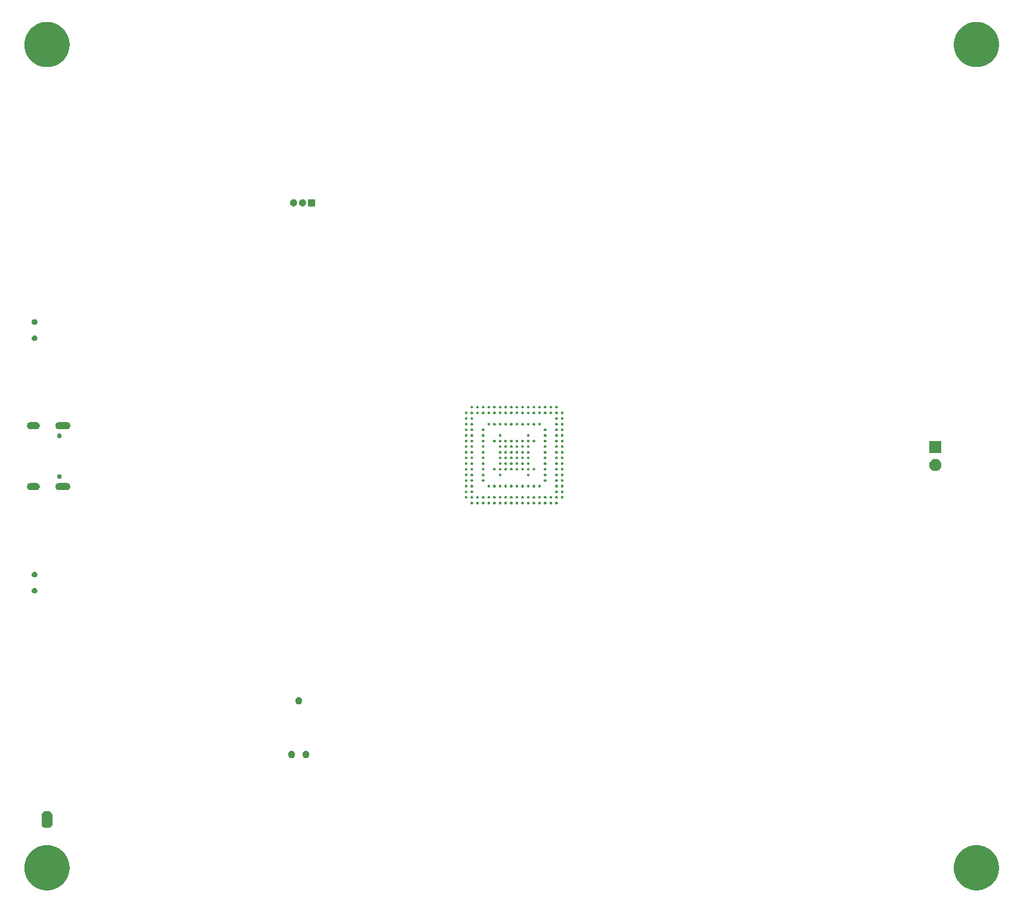
<source format=gbr>
%TF.GenerationSoftware,KiCad,Pcbnew,9.0.4*%
%TF.CreationDate,2025-08-20T10:27:04-06:00*%
%TF.ProjectId,cerberus,63657262-6572-4757-932e-6b696361645f,ERV A*%
%TF.SameCoordinates,Original*%
%TF.FileFunction,Soldermask,Bot*%
%TF.FilePolarity,Negative*%
%FSLAX46Y46*%
G04 Gerber Fmt 4.6, Leading zero omitted, Abs format (unit mm)*
G04 Created by KiCad (PCBNEW 9.0.4) date 2025-08-20 10:27:04*
%MOMM*%
%LPD*%
G01*
G04 APERTURE LIST*
G04 APERTURE END LIST*
G36*
X80619952Y-146621277D02*
G01*
X80631214Y-146621277D01*
X80709416Y-146630088D01*
X80922220Y-146651047D01*
X80957219Y-146658008D01*
X80988923Y-146661581D01*
X81082150Y-146682859D01*
X81231177Y-146712503D01*
X81289371Y-146730156D01*
X81339870Y-146741682D01*
X81421307Y-146770178D01*
X81532618Y-146803944D01*
X81613244Y-146837340D01*
X81679642Y-146860574D01*
X81743014Y-146891092D01*
X81823646Y-146924491D01*
X81926240Y-146979329D01*
X82003966Y-147016760D01*
X82047823Y-147044317D01*
X82101456Y-147072985D01*
X82227798Y-147157403D01*
X82308763Y-147208277D01*
X82333703Y-147228166D01*
X82363375Y-147247992D01*
X82528663Y-147383641D01*
X82590201Y-147432716D01*
X82598166Y-147440681D01*
X82606883Y-147447835D01*
X82829619Y-147670571D01*
X82836772Y-147679287D01*
X82844739Y-147687254D01*
X82893819Y-147748799D01*
X83029462Y-147914079D01*
X83049286Y-147943749D01*
X83069178Y-147968692D01*
X83120056Y-148049665D01*
X83204469Y-148175998D01*
X83233134Y-148229626D01*
X83260695Y-148273489D01*
X83298130Y-148351223D01*
X83352963Y-148453808D01*
X83386358Y-148534431D01*
X83416881Y-148597813D01*
X83440117Y-148664219D01*
X83473510Y-148744836D01*
X83507271Y-148856132D01*
X83535773Y-148937585D01*
X83547300Y-148988092D01*
X83564951Y-149046277D01*
X83594589Y-149195276D01*
X83615874Y-149288532D01*
X83619447Y-149320245D01*
X83626407Y-149355234D01*
X83647364Y-149568018D01*
X83656178Y-149646241D01*
X83656178Y-149657503D01*
X83657283Y-149668723D01*
X83657283Y-149983730D01*
X83656178Y-149994949D01*
X83656178Y-150006213D01*
X83647363Y-150084442D01*
X83626407Y-150297219D01*
X83619447Y-150332206D01*
X83615874Y-150363922D01*
X83594587Y-150457183D01*
X83564951Y-150606176D01*
X83547301Y-150664357D01*
X83535773Y-150714869D01*
X83507269Y-150796328D01*
X83473510Y-150907617D01*
X83440120Y-150988227D01*
X83416881Y-151054641D01*
X83386355Y-151118028D01*
X83352963Y-151198645D01*
X83298134Y-151301220D01*
X83260695Y-151378965D01*
X83233130Y-151422833D01*
X83204469Y-151476455D01*
X83120067Y-151602772D01*
X83069178Y-151683762D01*
X83049282Y-151708710D01*
X83029462Y-151738374D01*
X82893847Y-151903619D01*
X82844739Y-151965200D01*
X82836767Y-151973171D01*
X82829619Y-151981882D01*
X82606883Y-152204618D01*
X82598172Y-152211766D01*
X82590201Y-152219738D01*
X82528620Y-152268846D01*
X82363375Y-152404461D01*
X82333711Y-152424281D01*
X82308763Y-152444177D01*
X82227773Y-152495066D01*
X82101456Y-152579468D01*
X82047834Y-152608129D01*
X82003966Y-152635694D01*
X81926221Y-152673133D01*
X81823646Y-152727962D01*
X81743029Y-152761354D01*
X81679642Y-152791880D01*
X81613228Y-152815119D01*
X81532618Y-152848509D01*
X81421329Y-152882268D01*
X81339870Y-152910772D01*
X81289358Y-152922300D01*
X81231177Y-152939950D01*
X81082184Y-152969586D01*
X80988923Y-152990873D01*
X80957207Y-152994446D01*
X80922220Y-153001406D01*
X80709439Y-153022363D01*
X80631214Y-153031177D01*
X80619951Y-153031177D01*
X80608732Y-153032282D01*
X80293724Y-153032282D01*
X80282505Y-153031177D01*
X80271242Y-153031177D01*
X80193019Y-153022363D01*
X79980235Y-153001406D01*
X79945246Y-152994446D01*
X79913533Y-152990873D01*
X79820277Y-152969588D01*
X79671278Y-152939950D01*
X79613093Y-152922299D01*
X79562586Y-152910772D01*
X79481133Y-152882270D01*
X79369837Y-152848509D01*
X79289220Y-152815116D01*
X79222814Y-152791880D01*
X79159432Y-152761357D01*
X79078809Y-152727962D01*
X78976224Y-152673129D01*
X78898490Y-152635694D01*
X78854627Y-152608133D01*
X78800999Y-152579468D01*
X78674666Y-152495055D01*
X78593693Y-152444177D01*
X78568750Y-152424285D01*
X78539080Y-152404461D01*
X78373800Y-152268818D01*
X78312255Y-152219738D01*
X78304288Y-152211771D01*
X78295572Y-152204618D01*
X78072836Y-151981882D01*
X78065682Y-151973165D01*
X78057717Y-151965200D01*
X78008642Y-151903662D01*
X77872993Y-151738374D01*
X77853167Y-151708702D01*
X77833278Y-151683762D01*
X77782404Y-151602797D01*
X77697986Y-151476455D01*
X77669318Y-151422822D01*
X77641761Y-151378965D01*
X77604330Y-151301239D01*
X77549492Y-151198645D01*
X77516093Y-151118013D01*
X77485575Y-151054641D01*
X77462341Y-150988243D01*
X77428945Y-150907617D01*
X77395179Y-150796306D01*
X77366683Y-150714869D01*
X77355157Y-150664370D01*
X77337504Y-150606176D01*
X77307860Y-150457149D01*
X77286582Y-150363922D01*
X77283009Y-150332218D01*
X77276048Y-150297219D01*
X77255089Y-150084420D01*
X77246278Y-150006213D01*
X77246278Y-149994949D01*
X77245173Y-149983730D01*
X77245173Y-149668723D01*
X77246278Y-149657503D01*
X77246278Y-149646241D01*
X77255089Y-149568040D01*
X77276048Y-149355234D01*
X77283010Y-149320233D01*
X77286582Y-149288532D01*
X77307858Y-149195310D01*
X77337504Y-149046277D01*
X77355158Y-148988079D01*
X77366683Y-148937585D01*
X77395177Y-148856153D01*
X77428945Y-148744836D01*
X77462343Y-148664204D01*
X77485575Y-148597813D01*
X77516090Y-148534446D01*
X77549492Y-148453808D01*
X77604335Y-148351204D01*
X77641761Y-148273489D01*
X77669314Y-148229637D01*
X77697986Y-148175998D01*
X77782414Y-148049639D01*
X77833278Y-147968692D01*
X77853163Y-147943756D01*
X77872993Y-147914079D01*
X78008670Y-147748755D01*
X78057717Y-147687254D01*
X78065677Y-147679293D01*
X78072836Y-147670571D01*
X78295572Y-147447835D01*
X78304294Y-147440676D01*
X78312255Y-147432716D01*
X78373756Y-147383669D01*
X78539080Y-147247992D01*
X78568757Y-147228162D01*
X78593693Y-147208277D01*
X78674640Y-147157413D01*
X78800999Y-147072985D01*
X78854638Y-147044313D01*
X78898490Y-147016760D01*
X78976205Y-146979334D01*
X79078809Y-146924491D01*
X79159447Y-146891089D01*
X79222814Y-146860574D01*
X79289205Y-146837342D01*
X79369837Y-146803944D01*
X79481154Y-146770176D01*
X79562586Y-146741682D01*
X79613080Y-146730157D01*
X79671278Y-146712503D01*
X79820311Y-146682857D01*
X79913533Y-146661581D01*
X79945234Y-146658009D01*
X79980235Y-146651047D01*
X80193041Y-146630088D01*
X80271242Y-146621277D01*
X80282504Y-146621277D01*
X80293724Y-146620172D01*
X80608732Y-146620172D01*
X80619952Y-146621277D01*
G37*
G36*
X212469952Y-146621277D02*
G01*
X212481214Y-146621277D01*
X212559416Y-146630088D01*
X212772220Y-146651047D01*
X212807219Y-146658008D01*
X212838923Y-146661581D01*
X212932150Y-146682859D01*
X213081177Y-146712503D01*
X213139371Y-146730156D01*
X213189870Y-146741682D01*
X213271307Y-146770178D01*
X213382618Y-146803944D01*
X213463244Y-146837340D01*
X213529642Y-146860574D01*
X213593014Y-146891092D01*
X213673646Y-146924491D01*
X213776240Y-146979329D01*
X213853966Y-147016760D01*
X213897823Y-147044317D01*
X213951456Y-147072985D01*
X214077798Y-147157403D01*
X214158763Y-147208277D01*
X214183703Y-147228166D01*
X214213375Y-147247992D01*
X214378663Y-147383641D01*
X214440201Y-147432716D01*
X214448166Y-147440681D01*
X214456883Y-147447835D01*
X214679619Y-147670571D01*
X214686772Y-147679287D01*
X214694739Y-147687254D01*
X214743819Y-147748799D01*
X214879462Y-147914079D01*
X214899286Y-147943749D01*
X214919178Y-147968692D01*
X214970056Y-148049665D01*
X215054469Y-148175998D01*
X215083134Y-148229626D01*
X215110695Y-148273489D01*
X215148130Y-148351223D01*
X215202963Y-148453808D01*
X215236358Y-148534431D01*
X215266881Y-148597813D01*
X215290117Y-148664219D01*
X215323510Y-148744836D01*
X215357271Y-148856132D01*
X215385773Y-148937585D01*
X215397300Y-148988092D01*
X215414951Y-149046277D01*
X215444589Y-149195276D01*
X215465874Y-149288532D01*
X215469447Y-149320245D01*
X215476407Y-149355234D01*
X215497364Y-149568018D01*
X215506178Y-149646241D01*
X215506178Y-149657503D01*
X215507283Y-149668723D01*
X215507283Y-149983730D01*
X215506178Y-149994949D01*
X215506178Y-150006213D01*
X215497363Y-150084442D01*
X215476407Y-150297219D01*
X215469447Y-150332206D01*
X215465874Y-150363922D01*
X215444587Y-150457183D01*
X215414951Y-150606176D01*
X215397301Y-150664357D01*
X215385773Y-150714869D01*
X215357269Y-150796328D01*
X215323510Y-150907617D01*
X215290120Y-150988227D01*
X215266881Y-151054641D01*
X215236355Y-151118028D01*
X215202963Y-151198645D01*
X215148134Y-151301220D01*
X215110695Y-151378965D01*
X215083130Y-151422833D01*
X215054469Y-151476455D01*
X214970067Y-151602772D01*
X214919178Y-151683762D01*
X214899282Y-151708710D01*
X214879462Y-151738374D01*
X214743847Y-151903619D01*
X214694739Y-151965200D01*
X214686767Y-151973171D01*
X214679619Y-151981882D01*
X214456883Y-152204618D01*
X214448172Y-152211766D01*
X214440201Y-152219738D01*
X214378620Y-152268846D01*
X214213375Y-152404461D01*
X214183711Y-152424281D01*
X214158763Y-152444177D01*
X214077773Y-152495066D01*
X213951456Y-152579468D01*
X213897834Y-152608129D01*
X213853966Y-152635694D01*
X213776221Y-152673133D01*
X213673646Y-152727962D01*
X213593029Y-152761354D01*
X213529642Y-152791880D01*
X213463228Y-152815119D01*
X213382618Y-152848509D01*
X213271329Y-152882268D01*
X213189870Y-152910772D01*
X213139358Y-152922300D01*
X213081177Y-152939950D01*
X212932184Y-152969586D01*
X212838923Y-152990873D01*
X212807207Y-152994446D01*
X212772220Y-153001406D01*
X212559439Y-153022363D01*
X212481214Y-153031177D01*
X212469951Y-153031177D01*
X212458732Y-153032282D01*
X212143724Y-153032282D01*
X212132505Y-153031177D01*
X212121242Y-153031177D01*
X212043019Y-153022363D01*
X211830235Y-153001406D01*
X211795246Y-152994446D01*
X211763533Y-152990873D01*
X211670277Y-152969588D01*
X211521278Y-152939950D01*
X211463093Y-152922299D01*
X211412586Y-152910772D01*
X211331133Y-152882270D01*
X211219837Y-152848509D01*
X211139220Y-152815116D01*
X211072814Y-152791880D01*
X211009432Y-152761357D01*
X210928809Y-152727962D01*
X210826224Y-152673129D01*
X210748490Y-152635694D01*
X210704627Y-152608133D01*
X210650999Y-152579468D01*
X210524666Y-152495055D01*
X210443693Y-152444177D01*
X210418750Y-152424285D01*
X210389080Y-152404461D01*
X210223800Y-152268818D01*
X210162255Y-152219738D01*
X210154288Y-152211771D01*
X210145572Y-152204618D01*
X209922836Y-151981882D01*
X209915682Y-151973165D01*
X209907717Y-151965200D01*
X209858642Y-151903662D01*
X209722993Y-151738374D01*
X209703167Y-151708702D01*
X209683278Y-151683762D01*
X209632404Y-151602797D01*
X209547986Y-151476455D01*
X209519318Y-151422822D01*
X209491761Y-151378965D01*
X209454330Y-151301239D01*
X209399492Y-151198645D01*
X209366093Y-151118013D01*
X209335575Y-151054641D01*
X209312341Y-150988243D01*
X209278945Y-150907617D01*
X209245179Y-150796306D01*
X209216683Y-150714869D01*
X209205157Y-150664370D01*
X209187504Y-150606176D01*
X209157860Y-150457149D01*
X209136582Y-150363922D01*
X209133009Y-150332218D01*
X209126048Y-150297219D01*
X209105089Y-150084420D01*
X209096278Y-150006213D01*
X209096278Y-149994949D01*
X209095173Y-149983730D01*
X209095173Y-149668723D01*
X209096278Y-149657503D01*
X209096278Y-149646241D01*
X209105089Y-149568040D01*
X209126048Y-149355234D01*
X209133010Y-149320233D01*
X209136582Y-149288532D01*
X209157858Y-149195310D01*
X209187504Y-149046277D01*
X209205158Y-148988079D01*
X209216683Y-148937585D01*
X209245177Y-148856153D01*
X209278945Y-148744836D01*
X209312343Y-148664204D01*
X209335575Y-148597813D01*
X209366090Y-148534446D01*
X209399492Y-148453808D01*
X209454335Y-148351204D01*
X209491761Y-148273489D01*
X209519314Y-148229637D01*
X209547986Y-148175998D01*
X209632414Y-148049639D01*
X209683278Y-147968692D01*
X209703163Y-147943756D01*
X209722993Y-147914079D01*
X209858670Y-147748755D01*
X209907717Y-147687254D01*
X209915677Y-147679293D01*
X209922836Y-147670571D01*
X210145572Y-147447835D01*
X210154294Y-147440676D01*
X210162255Y-147432716D01*
X210223756Y-147383669D01*
X210389080Y-147247992D01*
X210418757Y-147228162D01*
X210443693Y-147208277D01*
X210524640Y-147157413D01*
X210650999Y-147072985D01*
X210704638Y-147044313D01*
X210748490Y-147016760D01*
X210826205Y-146979334D01*
X210928809Y-146924491D01*
X211009447Y-146891089D01*
X211072814Y-146860574D01*
X211139205Y-146837342D01*
X211219837Y-146803944D01*
X211331154Y-146770176D01*
X211412586Y-146741682D01*
X211463080Y-146730157D01*
X211521278Y-146712503D01*
X211670311Y-146682857D01*
X211763533Y-146661581D01*
X211795234Y-146658009D01*
X211830235Y-146651047D01*
X212043041Y-146630088D01*
X212121242Y-146621277D01*
X212132504Y-146621277D01*
X212143724Y-146620172D01*
X212458732Y-146620172D01*
X212469952Y-146621277D01*
G37*
G36*
X80711557Y-141839278D02*
G01*
X80762230Y-141839278D01*
X80766491Y-141839278D01*
X80770373Y-141839789D01*
X80774489Y-141840891D01*
X80774490Y-141840892D01*
X80892337Y-141872468D01*
X80892339Y-141872469D01*
X80896452Y-141873571D01*
X80900070Y-141875070D01*
X80956589Y-141907701D01*
X81009422Y-141938204D01*
X81009423Y-141938205D01*
X81013109Y-141940333D01*
X81016216Y-141942716D01*
X81108512Y-142035012D01*
X81110895Y-142038119D01*
X81176158Y-142151158D01*
X81177657Y-142154776D01*
X81211439Y-142280855D01*
X81211950Y-142284737D01*
X81211950Y-142288997D01*
X81211950Y-142339358D01*
X81212186Y-142340241D01*
X81216228Y-142350000D01*
X81216228Y-142850000D01*
X81211835Y-142860607D01*
X81207550Y-142862381D01*
X81203203Y-142874325D01*
X81201228Y-142885525D01*
X81201228Y-143120789D01*
X81205511Y-143136774D01*
X81211835Y-143139393D01*
X81216228Y-143150000D01*
X81216228Y-143650000D01*
X81211950Y-143660329D01*
X81211950Y-143715263D01*
X81211439Y-143719145D01*
X81177657Y-143845224D01*
X81176158Y-143848842D01*
X81110895Y-143961881D01*
X81108512Y-143964988D01*
X81016216Y-144057284D01*
X81013109Y-144059667D01*
X80900070Y-144124930D01*
X80896452Y-144126429D01*
X80770373Y-144160211D01*
X80766491Y-144160722D01*
X80762230Y-144160722D01*
X80711867Y-144160722D01*
X80710988Y-144160957D01*
X80701228Y-144165000D01*
X80695902Y-144165000D01*
X80212688Y-144165000D01*
X80201228Y-144165000D01*
X80190899Y-144160722D01*
X80140226Y-144160722D01*
X80135965Y-144160722D01*
X80132083Y-144160211D01*
X80006004Y-144126429D01*
X80002386Y-144124930D01*
X79889347Y-144059667D01*
X79886240Y-144057284D01*
X79793944Y-143964988D01*
X79791561Y-143961881D01*
X79726298Y-143848842D01*
X79724799Y-143845224D01*
X79691017Y-143719145D01*
X79690506Y-143715263D01*
X79690506Y-143660639D01*
X79690270Y-143659760D01*
X79686228Y-143650000D01*
X79686228Y-143150000D01*
X79690621Y-143139393D01*
X79694905Y-143137618D01*
X79699253Y-143125674D01*
X79701228Y-143114474D01*
X79701228Y-142879209D01*
X79696945Y-142863226D01*
X79690621Y-142860607D01*
X79686228Y-142850000D01*
X79686228Y-142350000D01*
X79690506Y-142339670D01*
X79690506Y-142284737D01*
X79691017Y-142280855D01*
X79692120Y-142276737D01*
X79723696Y-142158890D01*
X79723697Y-142158885D01*
X79724799Y-142154776D01*
X79726298Y-142151158D01*
X79728427Y-142147470D01*
X79789432Y-142041805D01*
X79789435Y-142041800D01*
X79791561Y-142038119D01*
X79793944Y-142035012D01*
X79796952Y-142032003D01*
X79796956Y-142031999D01*
X79883227Y-141945728D01*
X79883231Y-141945724D01*
X79886240Y-141942716D01*
X79889347Y-141940333D01*
X79893028Y-141938207D01*
X79893033Y-141938204D01*
X79998698Y-141877199D01*
X79998699Y-141877198D01*
X80002386Y-141875070D01*
X80006004Y-141873571D01*
X80010113Y-141872469D01*
X80010118Y-141872468D01*
X80127965Y-141840892D01*
X80127967Y-141840891D01*
X80132083Y-141839789D01*
X80135965Y-141839278D01*
X80190589Y-141839278D01*
X80191467Y-141839042D01*
X80201228Y-141835000D01*
X80701228Y-141835000D01*
X80711557Y-141839278D01*
G37*
G36*
X115345266Y-133294391D02*
G01*
X115459503Y-133360346D01*
X115552777Y-133453620D01*
X115618732Y-133567857D01*
X115652873Y-133695272D01*
X115652873Y-133827182D01*
X115618732Y-133954597D01*
X115552777Y-134068834D01*
X115459503Y-134162108D01*
X115345266Y-134228063D01*
X115217851Y-134262204D01*
X115085941Y-134262204D01*
X114958526Y-134228063D01*
X114844289Y-134162108D01*
X114751015Y-134068834D01*
X114685060Y-133954597D01*
X114650919Y-133827182D01*
X114650919Y-133695272D01*
X114685060Y-133567857D01*
X114751015Y-133453620D01*
X114844289Y-133360346D01*
X114958526Y-133294391D01*
X115085941Y-133260250D01*
X115217851Y-133260250D01*
X115345266Y-133294391D01*
G37*
G36*
X117377266Y-133294391D02*
G01*
X117491503Y-133360346D01*
X117584777Y-133453620D01*
X117650732Y-133567857D01*
X117684873Y-133695272D01*
X117684873Y-133827182D01*
X117650732Y-133954597D01*
X117584777Y-134068834D01*
X117491503Y-134162108D01*
X117377266Y-134228063D01*
X117249851Y-134262204D01*
X117117941Y-134262204D01*
X116990526Y-134228063D01*
X116876289Y-134162108D01*
X116783015Y-134068834D01*
X116717060Y-133954597D01*
X116682919Y-133827182D01*
X116682919Y-133695272D01*
X116717060Y-133567857D01*
X116783015Y-133453620D01*
X116876289Y-133360346D01*
X116990526Y-133294391D01*
X117117941Y-133260250D01*
X117249851Y-133260250D01*
X117377266Y-133294391D01*
G37*
G36*
X116361266Y-125674391D02*
G01*
X116475503Y-125740346D01*
X116568777Y-125833620D01*
X116634732Y-125947857D01*
X116668873Y-126075272D01*
X116668873Y-126207182D01*
X116634732Y-126334597D01*
X116568777Y-126448834D01*
X116475503Y-126542108D01*
X116361266Y-126608063D01*
X116233851Y-126642204D01*
X116101941Y-126642204D01*
X115974526Y-126608063D01*
X115860289Y-126542108D01*
X115767015Y-126448834D01*
X115701060Y-126334597D01*
X115666919Y-126207182D01*
X115666919Y-126075272D01*
X115701060Y-125947857D01*
X115767015Y-125833620D01*
X115860289Y-125740346D01*
X115974526Y-125674391D01*
X116101941Y-125640250D01*
X116233851Y-125640250D01*
X116361266Y-125674391D01*
G37*
G36*
X78838128Y-110151804D02*
G01*
X78930820Y-110205320D01*
X79006503Y-110281003D01*
X79060019Y-110373695D01*
X79087720Y-110477079D01*
X79087720Y-110584111D01*
X79060019Y-110687495D01*
X79006503Y-110780187D01*
X78930820Y-110855870D01*
X78838128Y-110909386D01*
X78734744Y-110937087D01*
X78627712Y-110937087D01*
X78524328Y-110909386D01*
X78431636Y-110855870D01*
X78355953Y-110780187D01*
X78302437Y-110687495D01*
X78274736Y-110584111D01*
X78274736Y-110477079D01*
X78302437Y-110373695D01*
X78355953Y-110281003D01*
X78431636Y-110205320D01*
X78524328Y-110151804D01*
X78627712Y-110124103D01*
X78734744Y-110124103D01*
X78838128Y-110151804D01*
G37*
G36*
X78838128Y-107851804D02*
G01*
X78930820Y-107905320D01*
X79006503Y-107981003D01*
X79060019Y-108073695D01*
X79087720Y-108177079D01*
X79087720Y-108284111D01*
X79060019Y-108387495D01*
X79006503Y-108480187D01*
X78930820Y-108555870D01*
X78838128Y-108609386D01*
X78734744Y-108637087D01*
X78627712Y-108637087D01*
X78524328Y-108609386D01*
X78431636Y-108555870D01*
X78355953Y-108480187D01*
X78302437Y-108387495D01*
X78274736Y-108284111D01*
X78274736Y-108177079D01*
X78302437Y-108073695D01*
X78355953Y-107981003D01*
X78431636Y-107905320D01*
X78524328Y-107851804D01*
X78627712Y-107824103D01*
X78734744Y-107824103D01*
X78838128Y-107851804D01*
G37*
G36*
X140828664Y-97928947D02*
G01*
X140881880Y-97982163D01*
X140910680Y-98051692D01*
X140910680Y-98126950D01*
X140881880Y-98196479D01*
X140828664Y-98249695D01*
X140759135Y-98278495D01*
X140683877Y-98278495D01*
X140614348Y-98249695D01*
X140561132Y-98196479D01*
X140532332Y-98126950D01*
X140532332Y-98051692D01*
X140561132Y-97982163D01*
X140614348Y-97928947D01*
X140683877Y-97900147D01*
X140759135Y-97900147D01*
X140828664Y-97928947D01*
G37*
G36*
X141628664Y-97928947D02*
G01*
X141681880Y-97982163D01*
X141710680Y-98051692D01*
X141710680Y-98126950D01*
X141681880Y-98196479D01*
X141628664Y-98249695D01*
X141559135Y-98278495D01*
X141483877Y-98278495D01*
X141414348Y-98249695D01*
X141361132Y-98196479D01*
X141332332Y-98126950D01*
X141332332Y-98051692D01*
X141361132Y-97982163D01*
X141414348Y-97928947D01*
X141483877Y-97900147D01*
X141559135Y-97900147D01*
X141628664Y-97928947D01*
G37*
G36*
X142428664Y-97928947D02*
G01*
X142481880Y-97982163D01*
X142510680Y-98051692D01*
X142510680Y-98126950D01*
X142481880Y-98196479D01*
X142428664Y-98249695D01*
X142359135Y-98278495D01*
X142283877Y-98278495D01*
X142214348Y-98249695D01*
X142161132Y-98196479D01*
X142132332Y-98126950D01*
X142132332Y-98051692D01*
X142161132Y-97982163D01*
X142214348Y-97928947D01*
X142283877Y-97900147D01*
X142359135Y-97900147D01*
X142428664Y-97928947D01*
G37*
G36*
X143228664Y-97928947D02*
G01*
X143281880Y-97982163D01*
X143310680Y-98051692D01*
X143310680Y-98126950D01*
X143281880Y-98196479D01*
X143228664Y-98249695D01*
X143159135Y-98278495D01*
X143083877Y-98278495D01*
X143014348Y-98249695D01*
X142961132Y-98196479D01*
X142932332Y-98126950D01*
X142932332Y-98051692D01*
X142961132Y-97982163D01*
X143014348Y-97928947D01*
X143083877Y-97900147D01*
X143159135Y-97900147D01*
X143228664Y-97928947D01*
G37*
G36*
X144028664Y-97928947D02*
G01*
X144081880Y-97982163D01*
X144110680Y-98051692D01*
X144110680Y-98126950D01*
X144081880Y-98196479D01*
X144028664Y-98249695D01*
X143959135Y-98278495D01*
X143883877Y-98278495D01*
X143814348Y-98249695D01*
X143761132Y-98196479D01*
X143732332Y-98126950D01*
X143732332Y-98051692D01*
X143761132Y-97982163D01*
X143814348Y-97928947D01*
X143883877Y-97900147D01*
X143959135Y-97900147D01*
X144028664Y-97928947D01*
G37*
G36*
X144828663Y-97928947D02*
G01*
X144881879Y-97982163D01*
X144910679Y-98051692D01*
X144910679Y-98126950D01*
X144881879Y-98196479D01*
X144828663Y-98249695D01*
X144759134Y-98278495D01*
X144683876Y-98278495D01*
X144614347Y-98249695D01*
X144561131Y-98196479D01*
X144532331Y-98126950D01*
X144532331Y-98051692D01*
X144561131Y-97982163D01*
X144614347Y-97928947D01*
X144683876Y-97900147D01*
X144759134Y-97900147D01*
X144828663Y-97928947D01*
G37*
G36*
X145628663Y-97928947D02*
G01*
X145681879Y-97982163D01*
X145710679Y-98051692D01*
X145710679Y-98126950D01*
X145681879Y-98196479D01*
X145628663Y-98249695D01*
X145559134Y-98278495D01*
X145483876Y-98278495D01*
X145414347Y-98249695D01*
X145361131Y-98196479D01*
X145332331Y-98126950D01*
X145332331Y-98051692D01*
X145361131Y-97982163D01*
X145414347Y-97928947D01*
X145483876Y-97900147D01*
X145559134Y-97900147D01*
X145628663Y-97928947D01*
G37*
G36*
X146428663Y-97928947D02*
G01*
X146481879Y-97982163D01*
X146510679Y-98051692D01*
X146510679Y-98126950D01*
X146481879Y-98196479D01*
X146428663Y-98249695D01*
X146359134Y-98278495D01*
X146283876Y-98278495D01*
X146214347Y-98249695D01*
X146161131Y-98196479D01*
X146132331Y-98126950D01*
X146132331Y-98051692D01*
X146161131Y-97982163D01*
X146214347Y-97928947D01*
X146283876Y-97900147D01*
X146359134Y-97900147D01*
X146428663Y-97928947D01*
G37*
G36*
X147228663Y-97928947D02*
G01*
X147281879Y-97982163D01*
X147310679Y-98051692D01*
X147310679Y-98126950D01*
X147281879Y-98196479D01*
X147228663Y-98249695D01*
X147159134Y-98278495D01*
X147083876Y-98278495D01*
X147014347Y-98249695D01*
X146961131Y-98196479D01*
X146932331Y-98126950D01*
X146932331Y-98051692D01*
X146961131Y-97982163D01*
X147014347Y-97928947D01*
X147083876Y-97900147D01*
X147159134Y-97900147D01*
X147228663Y-97928947D01*
G37*
G36*
X148028663Y-97928947D02*
G01*
X148081879Y-97982163D01*
X148110679Y-98051692D01*
X148110679Y-98126950D01*
X148081879Y-98196479D01*
X148028663Y-98249695D01*
X147959134Y-98278495D01*
X147883876Y-98278495D01*
X147814347Y-98249695D01*
X147761131Y-98196479D01*
X147732331Y-98126950D01*
X147732331Y-98051692D01*
X147761131Y-97982163D01*
X147814347Y-97928947D01*
X147883876Y-97900147D01*
X147959134Y-97900147D01*
X148028663Y-97928947D01*
G37*
G36*
X148828663Y-97928947D02*
G01*
X148881879Y-97982163D01*
X148910679Y-98051692D01*
X148910679Y-98126950D01*
X148881879Y-98196479D01*
X148828663Y-98249695D01*
X148759134Y-98278495D01*
X148683876Y-98278495D01*
X148614347Y-98249695D01*
X148561131Y-98196479D01*
X148532331Y-98126950D01*
X148532331Y-98051692D01*
X148561131Y-97982163D01*
X148614347Y-97928947D01*
X148683876Y-97900147D01*
X148759134Y-97900147D01*
X148828663Y-97928947D01*
G37*
G36*
X149628663Y-97928947D02*
G01*
X149681879Y-97982163D01*
X149710679Y-98051692D01*
X149710679Y-98126950D01*
X149681879Y-98196479D01*
X149628663Y-98249695D01*
X149559134Y-98278495D01*
X149483876Y-98278495D01*
X149414347Y-98249695D01*
X149361131Y-98196479D01*
X149332331Y-98126950D01*
X149332331Y-98051692D01*
X149361131Y-97982163D01*
X149414347Y-97928947D01*
X149483876Y-97900147D01*
X149559134Y-97900147D01*
X149628663Y-97928947D01*
G37*
G36*
X150428663Y-97928947D02*
G01*
X150481879Y-97982163D01*
X150510679Y-98051692D01*
X150510679Y-98126950D01*
X150481879Y-98196479D01*
X150428663Y-98249695D01*
X150359134Y-98278495D01*
X150283876Y-98278495D01*
X150214347Y-98249695D01*
X150161131Y-98196479D01*
X150132331Y-98126950D01*
X150132331Y-98051692D01*
X150161131Y-97982163D01*
X150214347Y-97928947D01*
X150283876Y-97900147D01*
X150359134Y-97900147D01*
X150428663Y-97928947D01*
G37*
G36*
X151228663Y-97928947D02*
G01*
X151281879Y-97982163D01*
X151310679Y-98051692D01*
X151310679Y-98126950D01*
X151281879Y-98196479D01*
X151228663Y-98249695D01*
X151159134Y-98278495D01*
X151083876Y-98278495D01*
X151014347Y-98249695D01*
X150961131Y-98196479D01*
X150932331Y-98126950D01*
X150932331Y-98051692D01*
X150961131Y-97982163D01*
X151014347Y-97928947D01*
X151083876Y-97900147D01*
X151159134Y-97900147D01*
X151228663Y-97928947D01*
G37*
G36*
X152028663Y-97928947D02*
G01*
X152081879Y-97982163D01*
X152110679Y-98051692D01*
X152110679Y-98126950D01*
X152081879Y-98196479D01*
X152028663Y-98249695D01*
X151959134Y-98278495D01*
X151883876Y-98278495D01*
X151814347Y-98249695D01*
X151761131Y-98196479D01*
X151732331Y-98126950D01*
X151732331Y-98051692D01*
X151761131Y-97982163D01*
X151814347Y-97928947D01*
X151883876Y-97900147D01*
X151959134Y-97900147D01*
X152028663Y-97928947D01*
G37*
G36*
X152828663Y-97928947D02*
G01*
X152881879Y-97982163D01*
X152910679Y-98051692D01*
X152910679Y-98126950D01*
X152881879Y-98196479D01*
X152828663Y-98249695D01*
X152759134Y-98278495D01*
X152683876Y-98278495D01*
X152614347Y-98249695D01*
X152561131Y-98196479D01*
X152532331Y-98126950D01*
X152532331Y-98051692D01*
X152561131Y-97982163D01*
X152614347Y-97928947D01*
X152683876Y-97900147D01*
X152759134Y-97900147D01*
X152828663Y-97928947D01*
G37*
G36*
X140028664Y-97128948D02*
G01*
X140081880Y-97182164D01*
X140110680Y-97251693D01*
X140110680Y-97326951D01*
X140081880Y-97396480D01*
X140028664Y-97449696D01*
X139959135Y-97478496D01*
X139883877Y-97478496D01*
X139814348Y-97449696D01*
X139761132Y-97396480D01*
X139732332Y-97326951D01*
X139732332Y-97251693D01*
X139761132Y-97182164D01*
X139814348Y-97128948D01*
X139883877Y-97100148D01*
X139959135Y-97100148D01*
X140028664Y-97128948D01*
G37*
G36*
X140828664Y-97128948D02*
G01*
X140881880Y-97182164D01*
X140910680Y-97251693D01*
X140910680Y-97326951D01*
X140881880Y-97396480D01*
X140828664Y-97449696D01*
X140759135Y-97478496D01*
X140683877Y-97478496D01*
X140614348Y-97449696D01*
X140561132Y-97396480D01*
X140532332Y-97326951D01*
X140532332Y-97251693D01*
X140561132Y-97182164D01*
X140614348Y-97128948D01*
X140683877Y-97100148D01*
X140759135Y-97100148D01*
X140828664Y-97128948D01*
G37*
G36*
X141628664Y-97128948D02*
G01*
X141681880Y-97182164D01*
X141710680Y-97251693D01*
X141710680Y-97326951D01*
X141681880Y-97396480D01*
X141628664Y-97449696D01*
X141559135Y-97478496D01*
X141483877Y-97478496D01*
X141414348Y-97449696D01*
X141361132Y-97396480D01*
X141332332Y-97326951D01*
X141332332Y-97251693D01*
X141361132Y-97182164D01*
X141414348Y-97128948D01*
X141483877Y-97100148D01*
X141559135Y-97100148D01*
X141628664Y-97128948D01*
G37*
G36*
X142428664Y-97128948D02*
G01*
X142481880Y-97182164D01*
X142510680Y-97251693D01*
X142510680Y-97326951D01*
X142481880Y-97396480D01*
X142428664Y-97449696D01*
X142359135Y-97478496D01*
X142283877Y-97478496D01*
X142214348Y-97449696D01*
X142161132Y-97396480D01*
X142132332Y-97326951D01*
X142132332Y-97251693D01*
X142161132Y-97182164D01*
X142214348Y-97128948D01*
X142283877Y-97100148D01*
X142359135Y-97100148D01*
X142428664Y-97128948D01*
G37*
G36*
X143228664Y-97128948D02*
G01*
X143281880Y-97182164D01*
X143310680Y-97251693D01*
X143310680Y-97326951D01*
X143281880Y-97396480D01*
X143228664Y-97449696D01*
X143159135Y-97478496D01*
X143083877Y-97478496D01*
X143014348Y-97449696D01*
X142961132Y-97396480D01*
X142932332Y-97326951D01*
X142932332Y-97251693D01*
X142961132Y-97182164D01*
X143014348Y-97128948D01*
X143083877Y-97100148D01*
X143159135Y-97100148D01*
X143228664Y-97128948D01*
G37*
G36*
X144028664Y-97128948D02*
G01*
X144081880Y-97182164D01*
X144110680Y-97251693D01*
X144110680Y-97326951D01*
X144081880Y-97396480D01*
X144028664Y-97449696D01*
X143959135Y-97478496D01*
X143883877Y-97478496D01*
X143814348Y-97449696D01*
X143761132Y-97396480D01*
X143732332Y-97326951D01*
X143732332Y-97251693D01*
X143761132Y-97182164D01*
X143814348Y-97128948D01*
X143883877Y-97100148D01*
X143959135Y-97100148D01*
X144028664Y-97128948D01*
G37*
G36*
X144828663Y-97128948D02*
G01*
X144881879Y-97182164D01*
X144910679Y-97251693D01*
X144910679Y-97326951D01*
X144881879Y-97396480D01*
X144828663Y-97449696D01*
X144759134Y-97478496D01*
X144683876Y-97478496D01*
X144614347Y-97449696D01*
X144561131Y-97396480D01*
X144532331Y-97326951D01*
X144532331Y-97251693D01*
X144561131Y-97182164D01*
X144614347Y-97128948D01*
X144683876Y-97100148D01*
X144759134Y-97100148D01*
X144828663Y-97128948D01*
G37*
G36*
X145628663Y-97128948D02*
G01*
X145681879Y-97182164D01*
X145710679Y-97251693D01*
X145710679Y-97326951D01*
X145681879Y-97396480D01*
X145628663Y-97449696D01*
X145559134Y-97478496D01*
X145483876Y-97478496D01*
X145414347Y-97449696D01*
X145361131Y-97396480D01*
X145332331Y-97326951D01*
X145332331Y-97251693D01*
X145361131Y-97182164D01*
X145414347Y-97128948D01*
X145483876Y-97100148D01*
X145559134Y-97100148D01*
X145628663Y-97128948D01*
G37*
G36*
X146428663Y-97128948D02*
G01*
X146481879Y-97182164D01*
X146510679Y-97251693D01*
X146510679Y-97326951D01*
X146481879Y-97396480D01*
X146428663Y-97449696D01*
X146359134Y-97478496D01*
X146283876Y-97478496D01*
X146214347Y-97449696D01*
X146161131Y-97396480D01*
X146132331Y-97326951D01*
X146132331Y-97251693D01*
X146161131Y-97182164D01*
X146214347Y-97128948D01*
X146283876Y-97100148D01*
X146359134Y-97100148D01*
X146428663Y-97128948D01*
G37*
G36*
X147228663Y-97128948D02*
G01*
X147281879Y-97182164D01*
X147310679Y-97251693D01*
X147310679Y-97326951D01*
X147281879Y-97396480D01*
X147228663Y-97449696D01*
X147159134Y-97478496D01*
X147083876Y-97478496D01*
X147014347Y-97449696D01*
X146961131Y-97396480D01*
X146932331Y-97326951D01*
X146932331Y-97251693D01*
X146961131Y-97182164D01*
X147014347Y-97128948D01*
X147083876Y-97100148D01*
X147159134Y-97100148D01*
X147228663Y-97128948D01*
G37*
G36*
X148028663Y-97128948D02*
G01*
X148081879Y-97182164D01*
X148110679Y-97251693D01*
X148110679Y-97326951D01*
X148081879Y-97396480D01*
X148028663Y-97449696D01*
X147959134Y-97478496D01*
X147883876Y-97478496D01*
X147814347Y-97449696D01*
X147761131Y-97396480D01*
X147732331Y-97326951D01*
X147732331Y-97251693D01*
X147761131Y-97182164D01*
X147814347Y-97128948D01*
X147883876Y-97100148D01*
X147959134Y-97100148D01*
X148028663Y-97128948D01*
G37*
G36*
X148828663Y-97128948D02*
G01*
X148881879Y-97182164D01*
X148910679Y-97251693D01*
X148910679Y-97326951D01*
X148881879Y-97396480D01*
X148828663Y-97449696D01*
X148759134Y-97478496D01*
X148683876Y-97478496D01*
X148614347Y-97449696D01*
X148561131Y-97396480D01*
X148532331Y-97326951D01*
X148532331Y-97251693D01*
X148561131Y-97182164D01*
X148614347Y-97128948D01*
X148683876Y-97100148D01*
X148759134Y-97100148D01*
X148828663Y-97128948D01*
G37*
G36*
X149628663Y-97128948D02*
G01*
X149681879Y-97182164D01*
X149710679Y-97251693D01*
X149710679Y-97326951D01*
X149681879Y-97396480D01*
X149628663Y-97449696D01*
X149559134Y-97478496D01*
X149483876Y-97478496D01*
X149414347Y-97449696D01*
X149361131Y-97396480D01*
X149332331Y-97326951D01*
X149332331Y-97251693D01*
X149361131Y-97182164D01*
X149414347Y-97128948D01*
X149483876Y-97100148D01*
X149559134Y-97100148D01*
X149628663Y-97128948D01*
G37*
G36*
X150428663Y-97128948D02*
G01*
X150481879Y-97182164D01*
X150510679Y-97251693D01*
X150510679Y-97326951D01*
X150481879Y-97396480D01*
X150428663Y-97449696D01*
X150359134Y-97478496D01*
X150283876Y-97478496D01*
X150214347Y-97449696D01*
X150161131Y-97396480D01*
X150132331Y-97326951D01*
X150132331Y-97251693D01*
X150161131Y-97182164D01*
X150214347Y-97128948D01*
X150283876Y-97100148D01*
X150359134Y-97100148D01*
X150428663Y-97128948D01*
G37*
G36*
X151228663Y-97128948D02*
G01*
X151281879Y-97182164D01*
X151310679Y-97251693D01*
X151310679Y-97326951D01*
X151281879Y-97396480D01*
X151228663Y-97449696D01*
X151159134Y-97478496D01*
X151083876Y-97478496D01*
X151014347Y-97449696D01*
X150961131Y-97396480D01*
X150932331Y-97326951D01*
X150932331Y-97251693D01*
X150961131Y-97182164D01*
X151014347Y-97128948D01*
X151083876Y-97100148D01*
X151159134Y-97100148D01*
X151228663Y-97128948D01*
G37*
G36*
X152028663Y-97128948D02*
G01*
X152081879Y-97182164D01*
X152110679Y-97251693D01*
X152110679Y-97326951D01*
X152081879Y-97396480D01*
X152028663Y-97449696D01*
X151959134Y-97478496D01*
X151883876Y-97478496D01*
X151814347Y-97449696D01*
X151761131Y-97396480D01*
X151732331Y-97326951D01*
X151732331Y-97251693D01*
X151761131Y-97182164D01*
X151814347Y-97128948D01*
X151883876Y-97100148D01*
X151959134Y-97100148D01*
X152028663Y-97128948D01*
G37*
G36*
X152828663Y-97128948D02*
G01*
X152881879Y-97182164D01*
X152910679Y-97251693D01*
X152910679Y-97326951D01*
X152881879Y-97396480D01*
X152828663Y-97449696D01*
X152759134Y-97478496D01*
X152683876Y-97478496D01*
X152614347Y-97449696D01*
X152561131Y-97396480D01*
X152532331Y-97326951D01*
X152532331Y-97251693D01*
X152561131Y-97182164D01*
X152614347Y-97128948D01*
X152683876Y-97100148D01*
X152759134Y-97100148D01*
X152828663Y-97128948D01*
G37*
G36*
X153628662Y-97128948D02*
G01*
X153681878Y-97182164D01*
X153710678Y-97251693D01*
X153710678Y-97326951D01*
X153681878Y-97396480D01*
X153628662Y-97449696D01*
X153559133Y-97478496D01*
X153483875Y-97478496D01*
X153414346Y-97449696D01*
X153361130Y-97396480D01*
X153332330Y-97326951D01*
X153332330Y-97251693D01*
X153361130Y-97182164D01*
X153414346Y-97128948D01*
X153483875Y-97100148D01*
X153559133Y-97100148D01*
X153628662Y-97128948D01*
G37*
G36*
X140028664Y-96328948D02*
G01*
X140081880Y-96382164D01*
X140110680Y-96451693D01*
X140110680Y-96526951D01*
X140081880Y-96596480D01*
X140028664Y-96649696D01*
X139959135Y-96678496D01*
X139883877Y-96678496D01*
X139814348Y-96649696D01*
X139761132Y-96596480D01*
X139732332Y-96526951D01*
X139732332Y-96451693D01*
X139761132Y-96382164D01*
X139814348Y-96328948D01*
X139883877Y-96300148D01*
X139959135Y-96300148D01*
X140028664Y-96328948D01*
G37*
G36*
X140828664Y-96328948D02*
G01*
X140881880Y-96382164D01*
X140910680Y-96451693D01*
X140910680Y-96526951D01*
X140881880Y-96596480D01*
X140828664Y-96649696D01*
X140759135Y-96678496D01*
X140683877Y-96678496D01*
X140614348Y-96649696D01*
X140561132Y-96596480D01*
X140532332Y-96526951D01*
X140532332Y-96451693D01*
X140561132Y-96382164D01*
X140614348Y-96328948D01*
X140683877Y-96300148D01*
X140759135Y-96300148D01*
X140828664Y-96328948D01*
G37*
G36*
X152828663Y-96328948D02*
G01*
X152881879Y-96382164D01*
X152910679Y-96451693D01*
X152910679Y-96526951D01*
X152881879Y-96596480D01*
X152828663Y-96649696D01*
X152759134Y-96678496D01*
X152683876Y-96678496D01*
X152614347Y-96649696D01*
X152561131Y-96596480D01*
X152532331Y-96526951D01*
X152532331Y-96451693D01*
X152561131Y-96382164D01*
X152614347Y-96328948D01*
X152683876Y-96300148D01*
X152759134Y-96300148D01*
X152828663Y-96328948D01*
G37*
G36*
X153628662Y-96328948D02*
G01*
X153681878Y-96382164D01*
X153710678Y-96451693D01*
X153710678Y-96526951D01*
X153681878Y-96596480D01*
X153628662Y-96649696D01*
X153559133Y-96678496D01*
X153483875Y-96678496D01*
X153414346Y-96649696D01*
X153361130Y-96596480D01*
X153332330Y-96526951D01*
X153332330Y-96451693D01*
X153361130Y-96382164D01*
X153414346Y-96328948D01*
X153483875Y-96300148D01*
X153559133Y-96300148D01*
X153628662Y-96328948D01*
G37*
G36*
X78992796Y-95253090D02*
G01*
X79121397Y-95287548D01*
X79236696Y-95354117D01*
X79330838Y-95448259D01*
X79397407Y-95563558D01*
X79431865Y-95692159D01*
X79431865Y-95825295D01*
X79397407Y-95953896D01*
X79330838Y-96069195D01*
X79236696Y-96163337D01*
X79121397Y-96229906D01*
X78992796Y-96264364D01*
X78926228Y-96268727D01*
X78924098Y-96268727D01*
X78128358Y-96268727D01*
X78126228Y-96268727D01*
X78059660Y-96264364D01*
X77931059Y-96229906D01*
X77815760Y-96163337D01*
X77721618Y-96069195D01*
X77655049Y-95953896D01*
X77620591Y-95825295D01*
X77620591Y-95692159D01*
X77655049Y-95563558D01*
X77721618Y-95448259D01*
X77815760Y-95354117D01*
X77931059Y-95287548D01*
X78059660Y-95253090D01*
X78126228Y-95248727D01*
X78926228Y-95248727D01*
X78992796Y-95253090D01*
G37*
G36*
X83322796Y-95253090D02*
G01*
X83451397Y-95287548D01*
X83566696Y-95354117D01*
X83660838Y-95448259D01*
X83727407Y-95563558D01*
X83761865Y-95692159D01*
X83761865Y-95825295D01*
X83727407Y-95953896D01*
X83660838Y-96069195D01*
X83566696Y-96163337D01*
X83451397Y-96229906D01*
X83322796Y-96264364D01*
X83256228Y-96268727D01*
X83254098Y-96268727D01*
X82158358Y-96268727D01*
X82156228Y-96268727D01*
X82089660Y-96264364D01*
X81961059Y-96229906D01*
X81845760Y-96163337D01*
X81751618Y-96069195D01*
X81685049Y-95953896D01*
X81650591Y-95825295D01*
X81650591Y-95692159D01*
X81685049Y-95563558D01*
X81751618Y-95448259D01*
X81845760Y-95354117D01*
X81961059Y-95287548D01*
X82089660Y-95253090D01*
X82156228Y-95248727D01*
X83256228Y-95248727D01*
X83322796Y-95253090D01*
G37*
G36*
X140028664Y-95528948D02*
G01*
X140081880Y-95582164D01*
X140110680Y-95651693D01*
X140110680Y-95726951D01*
X140081880Y-95796480D01*
X140028664Y-95849696D01*
X139959135Y-95878496D01*
X139883877Y-95878496D01*
X139814348Y-95849696D01*
X139761132Y-95796480D01*
X139732332Y-95726951D01*
X139732332Y-95651693D01*
X139761132Y-95582164D01*
X139814348Y-95528948D01*
X139883877Y-95500148D01*
X139959135Y-95500148D01*
X140028664Y-95528948D01*
G37*
G36*
X140828664Y-95528948D02*
G01*
X140881880Y-95582164D01*
X140910680Y-95651693D01*
X140910680Y-95726951D01*
X140881880Y-95796480D01*
X140828664Y-95849696D01*
X140759135Y-95878496D01*
X140683877Y-95878496D01*
X140614348Y-95849696D01*
X140561132Y-95796480D01*
X140532332Y-95726951D01*
X140532332Y-95651693D01*
X140561132Y-95582164D01*
X140614348Y-95528948D01*
X140683877Y-95500148D01*
X140759135Y-95500148D01*
X140828664Y-95528948D01*
G37*
G36*
X143228664Y-95528948D02*
G01*
X143281880Y-95582164D01*
X143310680Y-95651693D01*
X143310680Y-95726951D01*
X143281880Y-95796480D01*
X143228664Y-95849696D01*
X143159135Y-95878496D01*
X143083877Y-95878496D01*
X143014348Y-95849696D01*
X142961132Y-95796480D01*
X142932332Y-95726951D01*
X142932332Y-95651693D01*
X142961132Y-95582164D01*
X143014348Y-95528948D01*
X143083877Y-95500148D01*
X143159135Y-95500148D01*
X143228664Y-95528948D01*
G37*
G36*
X144028664Y-95528948D02*
G01*
X144081880Y-95582164D01*
X144110680Y-95651693D01*
X144110680Y-95726951D01*
X144081880Y-95796480D01*
X144028664Y-95849696D01*
X143959135Y-95878496D01*
X143883877Y-95878496D01*
X143814348Y-95849696D01*
X143761132Y-95796480D01*
X143732332Y-95726951D01*
X143732332Y-95651693D01*
X143761132Y-95582164D01*
X143814348Y-95528948D01*
X143883877Y-95500148D01*
X143959135Y-95500148D01*
X144028664Y-95528948D01*
G37*
G36*
X144828663Y-95528948D02*
G01*
X144881879Y-95582164D01*
X144910679Y-95651693D01*
X144910679Y-95726951D01*
X144881879Y-95796480D01*
X144828663Y-95849696D01*
X144759134Y-95878496D01*
X144683876Y-95878496D01*
X144614347Y-95849696D01*
X144561131Y-95796480D01*
X144532331Y-95726951D01*
X144532331Y-95651693D01*
X144561131Y-95582164D01*
X144614347Y-95528948D01*
X144683876Y-95500148D01*
X144759134Y-95500148D01*
X144828663Y-95528948D01*
G37*
G36*
X145628663Y-95528948D02*
G01*
X145681879Y-95582164D01*
X145710679Y-95651693D01*
X145710679Y-95726951D01*
X145681879Y-95796480D01*
X145628663Y-95849696D01*
X145559134Y-95878496D01*
X145483876Y-95878496D01*
X145414347Y-95849696D01*
X145361131Y-95796480D01*
X145332331Y-95726951D01*
X145332331Y-95651693D01*
X145361131Y-95582164D01*
X145414347Y-95528948D01*
X145483876Y-95500148D01*
X145559134Y-95500148D01*
X145628663Y-95528948D01*
G37*
G36*
X146428663Y-95528948D02*
G01*
X146481879Y-95582164D01*
X146510679Y-95651693D01*
X146510679Y-95726951D01*
X146481879Y-95796480D01*
X146428663Y-95849696D01*
X146359134Y-95878496D01*
X146283876Y-95878496D01*
X146214347Y-95849696D01*
X146161131Y-95796480D01*
X146132331Y-95726951D01*
X146132331Y-95651693D01*
X146161131Y-95582164D01*
X146214347Y-95528948D01*
X146283876Y-95500148D01*
X146359134Y-95500148D01*
X146428663Y-95528948D01*
G37*
G36*
X147228663Y-95528948D02*
G01*
X147281879Y-95582164D01*
X147310679Y-95651693D01*
X147310679Y-95726951D01*
X147281879Y-95796480D01*
X147228663Y-95849696D01*
X147159134Y-95878496D01*
X147083876Y-95878496D01*
X147014347Y-95849696D01*
X146961131Y-95796480D01*
X146932331Y-95726951D01*
X146932331Y-95651693D01*
X146961131Y-95582164D01*
X147014347Y-95528948D01*
X147083876Y-95500148D01*
X147159134Y-95500148D01*
X147228663Y-95528948D01*
G37*
G36*
X148028663Y-95528948D02*
G01*
X148081879Y-95582164D01*
X148110679Y-95651693D01*
X148110679Y-95726951D01*
X148081879Y-95796480D01*
X148028663Y-95849696D01*
X147959134Y-95878496D01*
X147883876Y-95878496D01*
X147814347Y-95849696D01*
X147761131Y-95796480D01*
X147732331Y-95726951D01*
X147732331Y-95651693D01*
X147761131Y-95582164D01*
X147814347Y-95528948D01*
X147883876Y-95500148D01*
X147959134Y-95500148D01*
X148028663Y-95528948D01*
G37*
G36*
X148828663Y-95528948D02*
G01*
X148881879Y-95582164D01*
X148910679Y-95651693D01*
X148910679Y-95726951D01*
X148881879Y-95796480D01*
X148828663Y-95849696D01*
X148759134Y-95878496D01*
X148683876Y-95878496D01*
X148614347Y-95849696D01*
X148561131Y-95796480D01*
X148532331Y-95726951D01*
X148532331Y-95651693D01*
X148561131Y-95582164D01*
X148614347Y-95528948D01*
X148683876Y-95500148D01*
X148759134Y-95500148D01*
X148828663Y-95528948D01*
G37*
G36*
X149628663Y-95528948D02*
G01*
X149681879Y-95582164D01*
X149710679Y-95651693D01*
X149710679Y-95726951D01*
X149681879Y-95796480D01*
X149628663Y-95849696D01*
X149559134Y-95878496D01*
X149483876Y-95878496D01*
X149414347Y-95849696D01*
X149361131Y-95796480D01*
X149332331Y-95726951D01*
X149332331Y-95651693D01*
X149361131Y-95582164D01*
X149414347Y-95528948D01*
X149483876Y-95500148D01*
X149559134Y-95500148D01*
X149628663Y-95528948D01*
G37*
G36*
X150428663Y-95528948D02*
G01*
X150481879Y-95582164D01*
X150510679Y-95651693D01*
X150510679Y-95726951D01*
X150481879Y-95796480D01*
X150428663Y-95849696D01*
X150359134Y-95878496D01*
X150283876Y-95878496D01*
X150214347Y-95849696D01*
X150161131Y-95796480D01*
X150132331Y-95726951D01*
X150132331Y-95651693D01*
X150161131Y-95582164D01*
X150214347Y-95528948D01*
X150283876Y-95500148D01*
X150359134Y-95500148D01*
X150428663Y-95528948D01*
G37*
G36*
X152828663Y-95528948D02*
G01*
X152881879Y-95582164D01*
X152910679Y-95651693D01*
X152910679Y-95726951D01*
X152881879Y-95796480D01*
X152828663Y-95849696D01*
X152759134Y-95878496D01*
X152683876Y-95878496D01*
X152614347Y-95849696D01*
X152561131Y-95796480D01*
X152532331Y-95726951D01*
X152532331Y-95651693D01*
X152561131Y-95582164D01*
X152614347Y-95528948D01*
X152683876Y-95500148D01*
X152759134Y-95500148D01*
X152828663Y-95528948D01*
G37*
G36*
X153628662Y-95528948D02*
G01*
X153681878Y-95582164D01*
X153710678Y-95651693D01*
X153710678Y-95726951D01*
X153681878Y-95796480D01*
X153628662Y-95849696D01*
X153559133Y-95878496D01*
X153483875Y-95878496D01*
X153414346Y-95849696D01*
X153361130Y-95796480D01*
X153332330Y-95726951D01*
X153332330Y-95651693D01*
X153361130Y-95582164D01*
X153414346Y-95528948D01*
X153483875Y-95500148D01*
X153559133Y-95500148D01*
X153628662Y-95528948D01*
G37*
G36*
X140028664Y-94728948D02*
G01*
X140081880Y-94782164D01*
X140110680Y-94851693D01*
X140110680Y-94926951D01*
X140081880Y-94996480D01*
X140028664Y-95049696D01*
X139959135Y-95078496D01*
X139883877Y-95078496D01*
X139814348Y-95049696D01*
X139761132Y-94996480D01*
X139732332Y-94926951D01*
X139732332Y-94851693D01*
X139761132Y-94782164D01*
X139814348Y-94728948D01*
X139883877Y-94700148D01*
X139959135Y-94700148D01*
X140028664Y-94728948D01*
G37*
G36*
X140828664Y-94728948D02*
G01*
X140881880Y-94782164D01*
X140910680Y-94851693D01*
X140910680Y-94926951D01*
X140881880Y-94996480D01*
X140828664Y-95049696D01*
X140759135Y-95078496D01*
X140683877Y-95078496D01*
X140614348Y-95049696D01*
X140561132Y-94996480D01*
X140532332Y-94926951D01*
X140532332Y-94851693D01*
X140561132Y-94782164D01*
X140614348Y-94728948D01*
X140683877Y-94700148D01*
X140759135Y-94700148D01*
X140828664Y-94728948D01*
G37*
G36*
X142428664Y-94728948D02*
G01*
X142481880Y-94782164D01*
X142510680Y-94851693D01*
X142510680Y-94926951D01*
X142481880Y-94996480D01*
X142428664Y-95049696D01*
X142359135Y-95078496D01*
X142283877Y-95078496D01*
X142214348Y-95049696D01*
X142161132Y-94996480D01*
X142132332Y-94926951D01*
X142132332Y-94851693D01*
X142161132Y-94782164D01*
X142214348Y-94728948D01*
X142283877Y-94700148D01*
X142359135Y-94700148D01*
X142428664Y-94728948D01*
G37*
G36*
X151228663Y-94728948D02*
G01*
X151281879Y-94782164D01*
X151310679Y-94851693D01*
X151310679Y-94926951D01*
X151281879Y-94996480D01*
X151228663Y-95049696D01*
X151159134Y-95078496D01*
X151083876Y-95078496D01*
X151014347Y-95049696D01*
X150961131Y-94996480D01*
X150932331Y-94926951D01*
X150932331Y-94851693D01*
X150961131Y-94782164D01*
X151014347Y-94728948D01*
X151083876Y-94700148D01*
X151159134Y-94700148D01*
X151228663Y-94728948D01*
G37*
G36*
X152828663Y-94728948D02*
G01*
X152881879Y-94782164D01*
X152910679Y-94851693D01*
X152910679Y-94926951D01*
X152881879Y-94996480D01*
X152828663Y-95049696D01*
X152759134Y-95078496D01*
X152683876Y-95078496D01*
X152614347Y-95049696D01*
X152561131Y-94996480D01*
X152532331Y-94926951D01*
X152532331Y-94851693D01*
X152561131Y-94782164D01*
X152614347Y-94728948D01*
X152683876Y-94700148D01*
X152759134Y-94700148D01*
X152828663Y-94728948D01*
G37*
G36*
X153628662Y-94728948D02*
G01*
X153681878Y-94782164D01*
X153710678Y-94851693D01*
X153710678Y-94926951D01*
X153681878Y-94996480D01*
X153628662Y-95049696D01*
X153559133Y-95078496D01*
X153483875Y-95078496D01*
X153414346Y-95049696D01*
X153361130Y-94996480D01*
X153332330Y-94926951D01*
X153332330Y-94851693D01*
X153361130Y-94782164D01*
X153414346Y-94728948D01*
X153483875Y-94700148D01*
X153559133Y-94700148D01*
X153628662Y-94728948D01*
G37*
G36*
X82334427Y-94019227D02*
G01*
X82410163Y-94062954D01*
X82472001Y-94124792D01*
X82515728Y-94200528D01*
X82538362Y-94285001D01*
X82538362Y-94372453D01*
X82515728Y-94456926D01*
X82472001Y-94532662D01*
X82410163Y-94594500D01*
X82334427Y-94638227D01*
X82249954Y-94660861D01*
X82162502Y-94660861D01*
X82078029Y-94638227D01*
X82002293Y-94594500D01*
X81940455Y-94532662D01*
X81896728Y-94456926D01*
X81874094Y-94372453D01*
X81874094Y-94285001D01*
X81896728Y-94200528D01*
X81940455Y-94124792D01*
X82002293Y-94062954D01*
X82078029Y-94019227D01*
X82162502Y-93996593D01*
X82249954Y-93996593D01*
X82334427Y-94019227D01*
G37*
G36*
X140028664Y-93928948D02*
G01*
X140081880Y-93982164D01*
X140110680Y-94051693D01*
X140110680Y-94126951D01*
X140081880Y-94196480D01*
X140028664Y-94249696D01*
X139959135Y-94278496D01*
X139883877Y-94278496D01*
X139814348Y-94249696D01*
X139761132Y-94196480D01*
X139732332Y-94126951D01*
X139732332Y-94051693D01*
X139761132Y-93982164D01*
X139814348Y-93928948D01*
X139883877Y-93900148D01*
X139959135Y-93900148D01*
X140028664Y-93928948D01*
G37*
G36*
X140828664Y-93928948D02*
G01*
X140881880Y-93982164D01*
X140910680Y-94051693D01*
X140910680Y-94126951D01*
X140881880Y-94196480D01*
X140828664Y-94249696D01*
X140759135Y-94278496D01*
X140683877Y-94278496D01*
X140614348Y-94249696D01*
X140561132Y-94196480D01*
X140532332Y-94126951D01*
X140532332Y-94051693D01*
X140561132Y-93982164D01*
X140614348Y-93928948D01*
X140683877Y-93900148D01*
X140759135Y-93900148D01*
X140828664Y-93928948D01*
G37*
G36*
X142428664Y-93928948D02*
G01*
X142481880Y-93982164D01*
X142510680Y-94051693D01*
X142510680Y-94126951D01*
X142481880Y-94196480D01*
X142428664Y-94249696D01*
X142359135Y-94278496D01*
X142283877Y-94278496D01*
X142214348Y-94249696D01*
X142161132Y-94196480D01*
X142132332Y-94126951D01*
X142132332Y-94051693D01*
X142161132Y-93982164D01*
X142214348Y-93928948D01*
X142283877Y-93900148D01*
X142359135Y-93900148D01*
X142428664Y-93928948D01*
G37*
G36*
X144828663Y-93928948D02*
G01*
X144881879Y-93982164D01*
X144910679Y-94051693D01*
X144910679Y-94126951D01*
X144881879Y-94196480D01*
X144828663Y-94249696D01*
X144759134Y-94278496D01*
X144683876Y-94278496D01*
X144614347Y-94249696D01*
X144561131Y-94196480D01*
X144532331Y-94126951D01*
X144532331Y-94051693D01*
X144561131Y-93982164D01*
X144614347Y-93928948D01*
X144683876Y-93900148D01*
X144759134Y-93900148D01*
X144828663Y-93928948D01*
G37*
G36*
X148828663Y-93928948D02*
G01*
X148881879Y-93982164D01*
X148910679Y-94051693D01*
X148910679Y-94126951D01*
X148881879Y-94196480D01*
X148828663Y-94249696D01*
X148759134Y-94278496D01*
X148683876Y-94278496D01*
X148614347Y-94249696D01*
X148561131Y-94196480D01*
X148532331Y-94126951D01*
X148532331Y-94051693D01*
X148561131Y-93982164D01*
X148614347Y-93928948D01*
X148683876Y-93900148D01*
X148759134Y-93900148D01*
X148828663Y-93928948D01*
G37*
G36*
X151228663Y-93928948D02*
G01*
X151281879Y-93982164D01*
X151310679Y-94051693D01*
X151310679Y-94126951D01*
X151281879Y-94196480D01*
X151228663Y-94249696D01*
X151159134Y-94278496D01*
X151083876Y-94278496D01*
X151014347Y-94249696D01*
X150961131Y-94196480D01*
X150932331Y-94126951D01*
X150932331Y-94051693D01*
X150961131Y-93982164D01*
X151014347Y-93928948D01*
X151083876Y-93900148D01*
X151159134Y-93900148D01*
X151228663Y-93928948D01*
G37*
G36*
X152828663Y-93928948D02*
G01*
X152881879Y-93982164D01*
X152910679Y-94051693D01*
X152910679Y-94126951D01*
X152881879Y-94196480D01*
X152828663Y-94249696D01*
X152759134Y-94278496D01*
X152683876Y-94278496D01*
X152614347Y-94249696D01*
X152561131Y-94196480D01*
X152532331Y-94126951D01*
X152532331Y-94051693D01*
X152561131Y-93982164D01*
X152614347Y-93928948D01*
X152683876Y-93900148D01*
X152759134Y-93900148D01*
X152828663Y-93928948D01*
G37*
G36*
X153628662Y-93928948D02*
G01*
X153681878Y-93982164D01*
X153710678Y-94051693D01*
X153710678Y-94126951D01*
X153681878Y-94196480D01*
X153628662Y-94249696D01*
X153559133Y-94278496D01*
X153483875Y-94278496D01*
X153414346Y-94249696D01*
X153361130Y-94196480D01*
X153332330Y-94126951D01*
X153332330Y-94051693D01*
X153361130Y-93982164D01*
X153414346Y-93928948D01*
X153483875Y-93900148D01*
X153559133Y-93900148D01*
X153628662Y-93928948D01*
G37*
G36*
X206715873Y-91880758D02*
G01*
X206871629Y-91945275D01*
X207011806Y-92038938D01*
X207131017Y-92158149D01*
X207224680Y-92298326D01*
X207289197Y-92454082D01*
X207322087Y-92619432D01*
X207322087Y-92788022D01*
X207289197Y-92953372D01*
X207224680Y-93109128D01*
X207131017Y-93249305D01*
X207011806Y-93368516D01*
X206871629Y-93462179D01*
X206715873Y-93526696D01*
X206550523Y-93559586D01*
X206381933Y-93559586D01*
X206216583Y-93526696D01*
X206060827Y-93462179D01*
X205920650Y-93368516D01*
X205801439Y-93249305D01*
X205707776Y-93109128D01*
X205643259Y-92953372D01*
X205610369Y-92788022D01*
X205610369Y-92619432D01*
X205643259Y-92454082D01*
X205707776Y-92298326D01*
X205801439Y-92158149D01*
X205920650Y-92038938D01*
X206060827Y-91945275D01*
X206216583Y-91880758D01*
X206381933Y-91847868D01*
X206550523Y-91847868D01*
X206715873Y-91880758D01*
G37*
G36*
X140028664Y-93128948D02*
G01*
X140081880Y-93182164D01*
X140110680Y-93251693D01*
X140110680Y-93326951D01*
X140081880Y-93396480D01*
X140028664Y-93449696D01*
X139959135Y-93478496D01*
X139883877Y-93478496D01*
X139814348Y-93449696D01*
X139761132Y-93396480D01*
X139732332Y-93326951D01*
X139732332Y-93251693D01*
X139761132Y-93182164D01*
X139814348Y-93128948D01*
X139883877Y-93100148D01*
X139959135Y-93100148D01*
X140028664Y-93128948D01*
G37*
G36*
X140828664Y-93128948D02*
G01*
X140881880Y-93182164D01*
X140910680Y-93251693D01*
X140910680Y-93326951D01*
X140881880Y-93396480D01*
X140828664Y-93449696D01*
X140759135Y-93478496D01*
X140683877Y-93478496D01*
X140614348Y-93449696D01*
X140561132Y-93396480D01*
X140532332Y-93326951D01*
X140532332Y-93251693D01*
X140561132Y-93182164D01*
X140614348Y-93128948D01*
X140683877Y-93100148D01*
X140759135Y-93100148D01*
X140828664Y-93128948D01*
G37*
G36*
X142428664Y-93128948D02*
G01*
X142481880Y-93182164D01*
X142510680Y-93251693D01*
X142510680Y-93326951D01*
X142481880Y-93396480D01*
X142428664Y-93449696D01*
X142359135Y-93478496D01*
X142283877Y-93478496D01*
X142214348Y-93449696D01*
X142161132Y-93396480D01*
X142132332Y-93326951D01*
X142132332Y-93251693D01*
X142161132Y-93182164D01*
X142214348Y-93128948D01*
X142283877Y-93100148D01*
X142359135Y-93100148D01*
X142428664Y-93128948D01*
G37*
G36*
X144028664Y-93128948D02*
G01*
X144081880Y-93182164D01*
X144110680Y-93251693D01*
X144110680Y-93326951D01*
X144081880Y-93396480D01*
X144028664Y-93449696D01*
X143959135Y-93478496D01*
X143883877Y-93478496D01*
X143814348Y-93449696D01*
X143761132Y-93396480D01*
X143732332Y-93326951D01*
X143732332Y-93251693D01*
X143761132Y-93182164D01*
X143814348Y-93128948D01*
X143883877Y-93100148D01*
X143959135Y-93100148D01*
X144028664Y-93128948D01*
G37*
G36*
X144828663Y-93128948D02*
G01*
X144881879Y-93182164D01*
X144910679Y-93251693D01*
X144910679Y-93326951D01*
X144881879Y-93396480D01*
X144828663Y-93449696D01*
X144759134Y-93478496D01*
X144683876Y-93478496D01*
X144614347Y-93449696D01*
X144561131Y-93396480D01*
X144532331Y-93326951D01*
X144532331Y-93251693D01*
X144561131Y-93182164D01*
X144614347Y-93128948D01*
X144683876Y-93100148D01*
X144759134Y-93100148D01*
X144828663Y-93128948D01*
G37*
G36*
X145628663Y-93128948D02*
G01*
X145681879Y-93182164D01*
X145710679Y-93251693D01*
X145710679Y-93326951D01*
X145681879Y-93396480D01*
X145628663Y-93449696D01*
X145559134Y-93478496D01*
X145483876Y-93478496D01*
X145414347Y-93449696D01*
X145361131Y-93396480D01*
X145332331Y-93326951D01*
X145332331Y-93251693D01*
X145361131Y-93182164D01*
X145414347Y-93128948D01*
X145483876Y-93100148D01*
X145559134Y-93100148D01*
X145628663Y-93128948D01*
G37*
G36*
X146428663Y-93128948D02*
G01*
X146481879Y-93182164D01*
X146510679Y-93251693D01*
X146510679Y-93326951D01*
X146481879Y-93396480D01*
X146428663Y-93449696D01*
X146359134Y-93478496D01*
X146283876Y-93478496D01*
X146214347Y-93449696D01*
X146161131Y-93396480D01*
X146132331Y-93326951D01*
X146132331Y-93251693D01*
X146161131Y-93182164D01*
X146214347Y-93128948D01*
X146283876Y-93100148D01*
X146359134Y-93100148D01*
X146428663Y-93128948D01*
G37*
G36*
X147228663Y-93128948D02*
G01*
X147281879Y-93182164D01*
X147310679Y-93251693D01*
X147310679Y-93326951D01*
X147281879Y-93396480D01*
X147228663Y-93449696D01*
X147159134Y-93478496D01*
X147083876Y-93478496D01*
X147014347Y-93449696D01*
X146961131Y-93396480D01*
X146932331Y-93326951D01*
X146932331Y-93251693D01*
X146961131Y-93182164D01*
X147014347Y-93128948D01*
X147083876Y-93100148D01*
X147159134Y-93100148D01*
X147228663Y-93128948D01*
G37*
G36*
X148028663Y-93128948D02*
G01*
X148081879Y-93182164D01*
X148110679Y-93251693D01*
X148110679Y-93326951D01*
X148081879Y-93396480D01*
X148028663Y-93449696D01*
X147959134Y-93478496D01*
X147883876Y-93478496D01*
X147814347Y-93449696D01*
X147761131Y-93396480D01*
X147732331Y-93326951D01*
X147732331Y-93251693D01*
X147761131Y-93182164D01*
X147814347Y-93128948D01*
X147883876Y-93100148D01*
X147959134Y-93100148D01*
X148028663Y-93128948D01*
G37*
G36*
X148828663Y-93128948D02*
G01*
X148881879Y-93182164D01*
X148910679Y-93251693D01*
X148910679Y-93326951D01*
X148881879Y-93396480D01*
X148828663Y-93449696D01*
X148759134Y-93478496D01*
X148683876Y-93478496D01*
X148614347Y-93449696D01*
X148561131Y-93396480D01*
X148532331Y-93326951D01*
X148532331Y-93251693D01*
X148561131Y-93182164D01*
X148614347Y-93128948D01*
X148683876Y-93100148D01*
X148759134Y-93100148D01*
X148828663Y-93128948D01*
G37*
G36*
X149628663Y-93128948D02*
G01*
X149681879Y-93182164D01*
X149710679Y-93251693D01*
X149710679Y-93326951D01*
X149681879Y-93396480D01*
X149628663Y-93449696D01*
X149559134Y-93478496D01*
X149483876Y-93478496D01*
X149414347Y-93449696D01*
X149361131Y-93396480D01*
X149332331Y-93326951D01*
X149332331Y-93251693D01*
X149361131Y-93182164D01*
X149414347Y-93128948D01*
X149483876Y-93100148D01*
X149559134Y-93100148D01*
X149628663Y-93128948D01*
G37*
G36*
X151228663Y-93128948D02*
G01*
X151281879Y-93182164D01*
X151310679Y-93251693D01*
X151310679Y-93326951D01*
X151281879Y-93396480D01*
X151228663Y-93449696D01*
X151159134Y-93478496D01*
X151083876Y-93478496D01*
X151014347Y-93449696D01*
X150961131Y-93396480D01*
X150932331Y-93326951D01*
X150932331Y-93251693D01*
X150961131Y-93182164D01*
X151014347Y-93128948D01*
X151083876Y-93100148D01*
X151159134Y-93100148D01*
X151228663Y-93128948D01*
G37*
G36*
X152828663Y-93128948D02*
G01*
X152881879Y-93182164D01*
X152910679Y-93251693D01*
X152910679Y-93326951D01*
X152881879Y-93396480D01*
X152828663Y-93449696D01*
X152759134Y-93478496D01*
X152683876Y-93478496D01*
X152614347Y-93449696D01*
X152561131Y-93396480D01*
X152532331Y-93326951D01*
X152532331Y-93251693D01*
X152561131Y-93182164D01*
X152614347Y-93128948D01*
X152683876Y-93100148D01*
X152759134Y-93100148D01*
X152828663Y-93128948D01*
G37*
G36*
X153628662Y-93128948D02*
G01*
X153681878Y-93182164D01*
X153710678Y-93251693D01*
X153710678Y-93326951D01*
X153681878Y-93396480D01*
X153628662Y-93449696D01*
X153559133Y-93478496D01*
X153483875Y-93478496D01*
X153414346Y-93449696D01*
X153361130Y-93396480D01*
X153332330Y-93326951D01*
X153332330Y-93251693D01*
X153361130Y-93182164D01*
X153414346Y-93128948D01*
X153483875Y-93100148D01*
X153559133Y-93100148D01*
X153628662Y-93128948D01*
G37*
G36*
X140028664Y-92328948D02*
G01*
X140081880Y-92382164D01*
X140110680Y-92451693D01*
X140110680Y-92526951D01*
X140081880Y-92596480D01*
X140028664Y-92649696D01*
X139959135Y-92678496D01*
X139883877Y-92678496D01*
X139814348Y-92649696D01*
X139761132Y-92596480D01*
X139732332Y-92526951D01*
X139732332Y-92451693D01*
X139761132Y-92382164D01*
X139814348Y-92328948D01*
X139883877Y-92300148D01*
X139959135Y-92300148D01*
X140028664Y-92328948D01*
G37*
G36*
X140828664Y-92328948D02*
G01*
X140881880Y-92382164D01*
X140910680Y-92451693D01*
X140910680Y-92526951D01*
X140881880Y-92596480D01*
X140828664Y-92649696D01*
X140759135Y-92678496D01*
X140683877Y-92678496D01*
X140614348Y-92649696D01*
X140561132Y-92596480D01*
X140532332Y-92526951D01*
X140532332Y-92451693D01*
X140561132Y-92382164D01*
X140614348Y-92328948D01*
X140683877Y-92300148D01*
X140759135Y-92300148D01*
X140828664Y-92328948D01*
G37*
G36*
X142428664Y-92328948D02*
G01*
X142481880Y-92382164D01*
X142510680Y-92451693D01*
X142510680Y-92526951D01*
X142481880Y-92596480D01*
X142428664Y-92649696D01*
X142359135Y-92678496D01*
X142283877Y-92678496D01*
X142214348Y-92649696D01*
X142161132Y-92596480D01*
X142132332Y-92526951D01*
X142132332Y-92451693D01*
X142161132Y-92382164D01*
X142214348Y-92328948D01*
X142283877Y-92300148D01*
X142359135Y-92300148D01*
X142428664Y-92328948D01*
G37*
G36*
X144828663Y-92328948D02*
G01*
X144881879Y-92382164D01*
X144910679Y-92451693D01*
X144910679Y-92526951D01*
X144881879Y-92596480D01*
X144828663Y-92649696D01*
X144759134Y-92678496D01*
X144683876Y-92678496D01*
X144614347Y-92649696D01*
X144561131Y-92596480D01*
X144532331Y-92526951D01*
X144532331Y-92451693D01*
X144561131Y-92382164D01*
X144614347Y-92328948D01*
X144683876Y-92300148D01*
X144759134Y-92300148D01*
X144828663Y-92328948D01*
G37*
G36*
X145628663Y-92328948D02*
G01*
X145681879Y-92382164D01*
X145710679Y-92451693D01*
X145710679Y-92526951D01*
X145681879Y-92596480D01*
X145628663Y-92649696D01*
X145559134Y-92678496D01*
X145483876Y-92678496D01*
X145414347Y-92649696D01*
X145361131Y-92596480D01*
X145332331Y-92526951D01*
X145332331Y-92451693D01*
X145361131Y-92382164D01*
X145414347Y-92328948D01*
X145483876Y-92300148D01*
X145559134Y-92300148D01*
X145628663Y-92328948D01*
G37*
G36*
X146428663Y-92328948D02*
G01*
X146481879Y-92382164D01*
X146510679Y-92451693D01*
X146510679Y-92526951D01*
X146481879Y-92596480D01*
X146428663Y-92649696D01*
X146359134Y-92678496D01*
X146283876Y-92678496D01*
X146214347Y-92649696D01*
X146161131Y-92596480D01*
X146132331Y-92526951D01*
X146132331Y-92451693D01*
X146161131Y-92382164D01*
X146214347Y-92328948D01*
X146283876Y-92300148D01*
X146359134Y-92300148D01*
X146428663Y-92328948D01*
G37*
G36*
X147228663Y-92328948D02*
G01*
X147281879Y-92382164D01*
X147310679Y-92451693D01*
X147310679Y-92526951D01*
X147281879Y-92596480D01*
X147228663Y-92649696D01*
X147159134Y-92678496D01*
X147083876Y-92678496D01*
X147014347Y-92649696D01*
X146961131Y-92596480D01*
X146932331Y-92526951D01*
X146932331Y-92451693D01*
X146961131Y-92382164D01*
X147014347Y-92328948D01*
X147083876Y-92300148D01*
X147159134Y-92300148D01*
X147228663Y-92328948D01*
G37*
G36*
X148028663Y-92328948D02*
G01*
X148081879Y-92382164D01*
X148110679Y-92451693D01*
X148110679Y-92526951D01*
X148081879Y-92596480D01*
X148028663Y-92649696D01*
X147959134Y-92678496D01*
X147883876Y-92678496D01*
X147814347Y-92649696D01*
X147761131Y-92596480D01*
X147732331Y-92526951D01*
X147732331Y-92451693D01*
X147761131Y-92382164D01*
X147814347Y-92328948D01*
X147883876Y-92300148D01*
X147959134Y-92300148D01*
X148028663Y-92328948D01*
G37*
G36*
X148828663Y-92328948D02*
G01*
X148881879Y-92382164D01*
X148910679Y-92451693D01*
X148910679Y-92526951D01*
X148881879Y-92596480D01*
X148828663Y-92649696D01*
X148759134Y-92678496D01*
X148683876Y-92678496D01*
X148614347Y-92649696D01*
X148561131Y-92596480D01*
X148532331Y-92526951D01*
X148532331Y-92451693D01*
X148561131Y-92382164D01*
X148614347Y-92328948D01*
X148683876Y-92300148D01*
X148759134Y-92300148D01*
X148828663Y-92328948D01*
G37*
G36*
X151228663Y-92328948D02*
G01*
X151281879Y-92382164D01*
X151310679Y-92451693D01*
X151310679Y-92526951D01*
X151281879Y-92596480D01*
X151228663Y-92649696D01*
X151159134Y-92678496D01*
X151083876Y-92678496D01*
X151014347Y-92649696D01*
X150961131Y-92596480D01*
X150932331Y-92526951D01*
X150932331Y-92451693D01*
X150961131Y-92382164D01*
X151014347Y-92328948D01*
X151083876Y-92300148D01*
X151159134Y-92300148D01*
X151228663Y-92328948D01*
G37*
G36*
X152828663Y-92328948D02*
G01*
X152881879Y-92382164D01*
X152910679Y-92451693D01*
X152910679Y-92526951D01*
X152881879Y-92596480D01*
X152828663Y-92649696D01*
X152759134Y-92678496D01*
X152683876Y-92678496D01*
X152614347Y-92649696D01*
X152561131Y-92596480D01*
X152532331Y-92526951D01*
X152532331Y-92451693D01*
X152561131Y-92382164D01*
X152614347Y-92328948D01*
X152683876Y-92300148D01*
X152759134Y-92300148D01*
X152828663Y-92328948D01*
G37*
G36*
X153628662Y-92328948D02*
G01*
X153681878Y-92382164D01*
X153710678Y-92451693D01*
X153710678Y-92526951D01*
X153681878Y-92596480D01*
X153628662Y-92649696D01*
X153559133Y-92678496D01*
X153483875Y-92678496D01*
X153414346Y-92649696D01*
X153361130Y-92596480D01*
X153332330Y-92526951D01*
X153332330Y-92451693D01*
X153361130Y-92382164D01*
X153414346Y-92328948D01*
X153483875Y-92300148D01*
X153559133Y-92300148D01*
X153628662Y-92328948D01*
G37*
G36*
X140028664Y-91528948D02*
G01*
X140081880Y-91582164D01*
X140110680Y-91651693D01*
X140110680Y-91726951D01*
X140081880Y-91796480D01*
X140028664Y-91849696D01*
X139959135Y-91878496D01*
X139883877Y-91878496D01*
X139814348Y-91849696D01*
X139761132Y-91796480D01*
X139732332Y-91726951D01*
X139732332Y-91651693D01*
X139761132Y-91582164D01*
X139814348Y-91528948D01*
X139883877Y-91500148D01*
X139959135Y-91500148D01*
X140028664Y-91528948D01*
G37*
G36*
X140828664Y-91528948D02*
G01*
X140881880Y-91582164D01*
X140910680Y-91651693D01*
X140910680Y-91726951D01*
X140881880Y-91796480D01*
X140828664Y-91849696D01*
X140759135Y-91878496D01*
X140683877Y-91878496D01*
X140614348Y-91849696D01*
X140561132Y-91796480D01*
X140532332Y-91726951D01*
X140532332Y-91651693D01*
X140561132Y-91582164D01*
X140614348Y-91528948D01*
X140683877Y-91500148D01*
X140759135Y-91500148D01*
X140828664Y-91528948D01*
G37*
G36*
X142428664Y-91528948D02*
G01*
X142481880Y-91582164D01*
X142510680Y-91651693D01*
X142510680Y-91726951D01*
X142481880Y-91796480D01*
X142428664Y-91849696D01*
X142359135Y-91878496D01*
X142283877Y-91878496D01*
X142214348Y-91849696D01*
X142161132Y-91796480D01*
X142132332Y-91726951D01*
X142132332Y-91651693D01*
X142161132Y-91582164D01*
X142214348Y-91528948D01*
X142283877Y-91500148D01*
X142359135Y-91500148D01*
X142428664Y-91528948D01*
G37*
G36*
X144828663Y-91528948D02*
G01*
X144881879Y-91582164D01*
X144910679Y-91651693D01*
X144910679Y-91726951D01*
X144881879Y-91796480D01*
X144828663Y-91849696D01*
X144759134Y-91878496D01*
X144683876Y-91878496D01*
X144614347Y-91849696D01*
X144561131Y-91796480D01*
X144532331Y-91726951D01*
X144532331Y-91651693D01*
X144561131Y-91582164D01*
X144614347Y-91528948D01*
X144683876Y-91500148D01*
X144759134Y-91500148D01*
X144828663Y-91528948D01*
G37*
G36*
X145628663Y-91528948D02*
G01*
X145681879Y-91582164D01*
X145710679Y-91651693D01*
X145710679Y-91726951D01*
X145681879Y-91796480D01*
X145628663Y-91849696D01*
X145559134Y-91878496D01*
X145483876Y-91878496D01*
X145414347Y-91849696D01*
X145361131Y-91796480D01*
X145332331Y-91726951D01*
X145332331Y-91651693D01*
X145361131Y-91582164D01*
X145414347Y-91528948D01*
X145483876Y-91500148D01*
X145559134Y-91500148D01*
X145628663Y-91528948D01*
G37*
G36*
X146428663Y-91528948D02*
G01*
X146481879Y-91582164D01*
X146510679Y-91651693D01*
X146510679Y-91726951D01*
X146481879Y-91796480D01*
X146428663Y-91849696D01*
X146359134Y-91878496D01*
X146283876Y-91878496D01*
X146214347Y-91849696D01*
X146161131Y-91796480D01*
X146132331Y-91726951D01*
X146132331Y-91651693D01*
X146161131Y-91582164D01*
X146214347Y-91528948D01*
X146283876Y-91500148D01*
X146359134Y-91500148D01*
X146428663Y-91528948D01*
G37*
G36*
X147228663Y-91528948D02*
G01*
X147281879Y-91582164D01*
X147310679Y-91651693D01*
X147310679Y-91726951D01*
X147281879Y-91796480D01*
X147228663Y-91849696D01*
X147159134Y-91878496D01*
X147083876Y-91878496D01*
X147014347Y-91849696D01*
X146961131Y-91796480D01*
X146932331Y-91726951D01*
X146932331Y-91651693D01*
X146961131Y-91582164D01*
X147014347Y-91528948D01*
X147083876Y-91500148D01*
X147159134Y-91500148D01*
X147228663Y-91528948D01*
G37*
G36*
X148028663Y-91528948D02*
G01*
X148081879Y-91582164D01*
X148110679Y-91651693D01*
X148110679Y-91726951D01*
X148081879Y-91796480D01*
X148028663Y-91849696D01*
X147959134Y-91878496D01*
X147883876Y-91878496D01*
X147814347Y-91849696D01*
X147761131Y-91796480D01*
X147732331Y-91726951D01*
X147732331Y-91651693D01*
X147761131Y-91582164D01*
X147814347Y-91528948D01*
X147883876Y-91500148D01*
X147959134Y-91500148D01*
X148028663Y-91528948D01*
G37*
G36*
X148828663Y-91528948D02*
G01*
X148881879Y-91582164D01*
X148910679Y-91651693D01*
X148910679Y-91726951D01*
X148881879Y-91796480D01*
X148828663Y-91849696D01*
X148759134Y-91878496D01*
X148683876Y-91878496D01*
X148614347Y-91849696D01*
X148561131Y-91796480D01*
X148532331Y-91726951D01*
X148532331Y-91651693D01*
X148561131Y-91582164D01*
X148614347Y-91528948D01*
X148683876Y-91500148D01*
X148759134Y-91500148D01*
X148828663Y-91528948D01*
G37*
G36*
X151228663Y-91528948D02*
G01*
X151281879Y-91582164D01*
X151310679Y-91651693D01*
X151310679Y-91726951D01*
X151281879Y-91796480D01*
X151228663Y-91849696D01*
X151159134Y-91878496D01*
X151083876Y-91878496D01*
X151014347Y-91849696D01*
X150961131Y-91796480D01*
X150932331Y-91726951D01*
X150932331Y-91651693D01*
X150961131Y-91582164D01*
X151014347Y-91528948D01*
X151083876Y-91500148D01*
X151159134Y-91500148D01*
X151228663Y-91528948D01*
G37*
G36*
X152828663Y-91528948D02*
G01*
X152881879Y-91582164D01*
X152910679Y-91651693D01*
X152910679Y-91726951D01*
X152881879Y-91796480D01*
X152828663Y-91849696D01*
X152759134Y-91878496D01*
X152683876Y-91878496D01*
X152614347Y-91849696D01*
X152561131Y-91796480D01*
X152532331Y-91726951D01*
X152532331Y-91651693D01*
X152561131Y-91582164D01*
X152614347Y-91528948D01*
X152683876Y-91500148D01*
X152759134Y-91500148D01*
X152828663Y-91528948D01*
G37*
G36*
X153628662Y-91528948D02*
G01*
X153681878Y-91582164D01*
X153710678Y-91651693D01*
X153710678Y-91726951D01*
X153681878Y-91796480D01*
X153628662Y-91849696D01*
X153559133Y-91878496D01*
X153483875Y-91878496D01*
X153414346Y-91849696D01*
X153361130Y-91796480D01*
X153332330Y-91726951D01*
X153332330Y-91651693D01*
X153361130Y-91582164D01*
X153414346Y-91528948D01*
X153483875Y-91500148D01*
X153559133Y-91500148D01*
X153628662Y-91528948D01*
G37*
G36*
X140028664Y-90728948D02*
G01*
X140081880Y-90782164D01*
X140110680Y-90851693D01*
X140110680Y-90926951D01*
X140081880Y-90996480D01*
X140028664Y-91049696D01*
X139959135Y-91078496D01*
X139883877Y-91078496D01*
X139814348Y-91049696D01*
X139761132Y-90996480D01*
X139732332Y-90926951D01*
X139732332Y-90851693D01*
X139761132Y-90782164D01*
X139814348Y-90728948D01*
X139883877Y-90700148D01*
X139959135Y-90700148D01*
X140028664Y-90728948D01*
G37*
G36*
X140828664Y-90728948D02*
G01*
X140881880Y-90782164D01*
X140910680Y-90851693D01*
X140910680Y-90926951D01*
X140881880Y-90996480D01*
X140828664Y-91049696D01*
X140759135Y-91078496D01*
X140683877Y-91078496D01*
X140614348Y-91049696D01*
X140561132Y-90996480D01*
X140532332Y-90926951D01*
X140532332Y-90851693D01*
X140561132Y-90782164D01*
X140614348Y-90728948D01*
X140683877Y-90700148D01*
X140759135Y-90700148D01*
X140828664Y-90728948D01*
G37*
G36*
X142428664Y-90728948D02*
G01*
X142481880Y-90782164D01*
X142510680Y-90851693D01*
X142510680Y-90926951D01*
X142481880Y-90996480D01*
X142428664Y-91049696D01*
X142359135Y-91078496D01*
X142283877Y-91078496D01*
X142214348Y-91049696D01*
X142161132Y-90996480D01*
X142132332Y-90926951D01*
X142132332Y-90851693D01*
X142161132Y-90782164D01*
X142214348Y-90728948D01*
X142283877Y-90700148D01*
X142359135Y-90700148D01*
X142428664Y-90728948D01*
G37*
G36*
X144828663Y-90728948D02*
G01*
X144881879Y-90782164D01*
X144910679Y-90851693D01*
X144910679Y-90926951D01*
X144881879Y-90996480D01*
X144828663Y-91049696D01*
X144759134Y-91078496D01*
X144683876Y-91078496D01*
X144614347Y-91049696D01*
X144561131Y-90996480D01*
X144532331Y-90926951D01*
X144532331Y-90851693D01*
X144561131Y-90782164D01*
X144614347Y-90728948D01*
X144683876Y-90700148D01*
X144759134Y-90700148D01*
X144828663Y-90728948D01*
G37*
G36*
X145628663Y-90728948D02*
G01*
X145681879Y-90782164D01*
X145710679Y-90851693D01*
X145710679Y-90926951D01*
X145681879Y-90996480D01*
X145628663Y-91049696D01*
X145559134Y-91078496D01*
X145483876Y-91078496D01*
X145414347Y-91049696D01*
X145361131Y-90996480D01*
X145332331Y-90926951D01*
X145332331Y-90851693D01*
X145361131Y-90782164D01*
X145414347Y-90728948D01*
X145483876Y-90700148D01*
X145559134Y-90700148D01*
X145628663Y-90728948D01*
G37*
G36*
X146428663Y-90728948D02*
G01*
X146481879Y-90782164D01*
X146510679Y-90851693D01*
X146510679Y-90926951D01*
X146481879Y-90996480D01*
X146428663Y-91049696D01*
X146359134Y-91078496D01*
X146283876Y-91078496D01*
X146214347Y-91049696D01*
X146161131Y-90996480D01*
X146132331Y-90926951D01*
X146132331Y-90851693D01*
X146161131Y-90782164D01*
X146214347Y-90728948D01*
X146283876Y-90700148D01*
X146359134Y-90700148D01*
X146428663Y-90728948D01*
G37*
G36*
X147228663Y-90728948D02*
G01*
X147281879Y-90782164D01*
X147310679Y-90851693D01*
X147310679Y-90926951D01*
X147281879Y-90996480D01*
X147228663Y-91049696D01*
X147159134Y-91078496D01*
X147083876Y-91078496D01*
X147014347Y-91049696D01*
X146961131Y-90996480D01*
X146932331Y-90926951D01*
X146932331Y-90851693D01*
X146961131Y-90782164D01*
X147014347Y-90728948D01*
X147083876Y-90700148D01*
X147159134Y-90700148D01*
X147228663Y-90728948D01*
G37*
G36*
X148028663Y-90728948D02*
G01*
X148081879Y-90782164D01*
X148110679Y-90851693D01*
X148110679Y-90926951D01*
X148081879Y-90996480D01*
X148028663Y-91049696D01*
X147959134Y-91078496D01*
X147883876Y-91078496D01*
X147814347Y-91049696D01*
X147761131Y-90996480D01*
X147732331Y-90926951D01*
X147732331Y-90851693D01*
X147761131Y-90782164D01*
X147814347Y-90728948D01*
X147883876Y-90700148D01*
X147959134Y-90700148D01*
X148028663Y-90728948D01*
G37*
G36*
X148828663Y-90728948D02*
G01*
X148881879Y-90782164D01*
X148910679Y-90851693D01*
X148910679Y-90926951D01*
X148881879Y-90996480D01*
X148828663Y-91049696D01*
X148759134Y-91078496D01*
X148683876Y-91078496D01*
X148614347Y-91049696D01*
X148561131Y-90996480D01*
X148532331Y-90926951D01*
X148532331Y-90851693D01*
X148561131Y-90782164D01*
X148614347Y-90728948D01*
X148683876Y-90700148D01*
X148759134Y-90700148D01*
X148828663Y-90728948D01*
G37*
G36*
X151228663Y-90728948D02*
G01*
X151281879Y-90782164D01*
X151310679Y-90851693D01*
X151310679Y-90926951D01*
X151281879Y-90996480D01*
X151228663Y-91049696D01*
X151159134Y-91078496D01*
X151083876Y-91078496D01*
X151014347Y-91049696D01*
X150961131Y-90996480D01*
X150932331Y-90926951D01*
X150932331Y-90851693D01*
X150961131Y-90782164D01*
X151014347Y-90728948D01*
X151083876Y-90700148D01*
X151159134Y-90700148D01*
X151228663Y-90728948D01*
G37*
G36*
X152828663Y-90728948D02*
G01*
X152881879Y-90782164D01*
X152910679Y-90851693D01*
X152910679Y-90926951D01*
X152881879Y-90996480D01*
X152828663Y-91049696D01*
X152759134Y-91078496D01*
X152683876Y-91078496D01*
X152614347Y-91049696D01*
X152561131Y-90996480D01*
X152532331Y-90926951D01*
X152532331Y-90851693D01*
X152561131Y-90782164D01*
X152614347Y-90728948D01*
X152683876Y-90700148D01*
X152759134Y-90700148D01*
X152828663Y-90728948D01*
G37*
G36*
X153628662Y-90728948D02*
G01*
X153681878Y-90782164D01*
X153710678Y-90851693D01*
X153710678Y-90926951D01*
X153681878Y-90996480D01*
X153628662Y-91049696D01*
X153559133Y-91078496D01*
X153483875Y-91078496D01*
X153414346Y-91049696D01*
X153361130Y-90996480D01*
X153332330Y-90926951D01*
X153332330Y-90851693D01*
X153361130Y-90782164D01*
X153414346Y-90728948D01*
X153483875Y-90700148D01*
X153559133Y-90700148D01*
X153628662Y-90728948D01*
G37*
G36*
X207320055Y-89304488D02*
G01*
X207323299Y-89306656D01*
X207325467Y-89309900D01*
X207326228Y-89313727D01*
X207326228Y-91013727D01*
X207325467Y-91017554D01*
X207323299Y-91020798D01*
X207320055Y-91022966D01*
X207316228Y-91023727D01*
X205616228Y-91023727D01*
X205612401Y-91022966D01*
X205609157Y-91020798D01*
X205606989Y-91017554D01*
X205606228Y-91013727D01*
X205606228Y-89313727D01*
X205606989Y-89309900D01*
X205609157Y-89306656D01*
X205612401Y-89304488D01*
X205616228Y-89303727D01*
X207316228Y-89303727D01*
X207320055Y-89304488D01*
G37*
G36*
X140028664Y-89928948D02*
G01*
X140081880Y-89982164D01*
X140110680Y-90051693D01*
X140110680Y-90126951D01*
X140081880Y-90196480D01*
X140028664Y-90249696D01*
X139959135Y-90278496D01*
X139883877Y-90278496D01*
X139814348Y-90249696D01*
X139761132Y-90196480D01*
X139732332Y-90126951D01*
X139732332Y-90051693D01*
X139761132Y-89982164D01*
X139814348Y-89928948D01*
X139883877Y-89900148D01*
X139959135Y-89900148D01*
X140028664Y-89928948D01*
G37*
G36*
X140828664Y-89928948D02*
G01*
X140881880Y-89982164D01*
X140910680Y-90051693D01*
X140910680Y-90126951D01*
X140881880Y-90196480D01*
X140828664Y-90249696D01*
X140759135Y-90278496D01*
X140683877Y-90278496D01*
X140614348Y-90249696D01*
X140561132Y-90196480D01*
X140532332Y-90126951D01*
X140532332Y-90051693D01*
X140561132Y-89982164D01*
X140614348Y-89928948D01*
X140683877Y-89900148D01*
X140759135Y-89900148D01*
X140828664Y-89928948D01*
G37*
G36*
X142428664Y-89928948D02*
G01*
X142481880Y-89982164D01*
X142510680Y-90051693D01*
X142510680Y-90126951D01*
X142481880Y-90196480D01*
X142428664Y-90249696D01*
X142359135Y-90278496D01*
X142283877Y-90278496D01*
X142214348Y-90249696D01*
X142161132Y-90196480D01*
X142132332Y-90126951D01*
X142132332Y-90051693D01*
X142161132Y-89982164D01*
X142214348Y-89928948D01*
X142283877Y-89900148D01*
X142359135Y-89900148D01*
X142428664Y-89928948D01*
G37*
G36*
X144828663Y-89928948D02*
G01*
X144881879Y-89982164D01*
X144910679Y-90051693D01*
X144910679Y-90126951D01*
X144881879Y-90196480D01*
X144828663Y-90249696D01*
X144759134Y-90278496D01*
X144683876Y-90278496D01*
X144614347Y-90249696D01*
X144561131Y-90196480D01*
X144532331Y-90126951D01*
X144532331Y-90051693D01*
X144561131Y-89982164D01*
X144614347Y-89928948D01*
X144683876Y-89900148D01*
X144759134Y-89900148D01*
X144828663Y-89928948D01*
G37*
G36*
X145628663Y-89928948D02*
G01*
X145681879Y-89982164D01*
X145710679Y-90051693D01*
X145710679Y-90126951D01*
X145681879Y-90196480D01*
X145628663Y-90249696D01*
X145559134Y-90278496D01*
X145483876Y-90278496D01*
X145414347Y-90249696D01*
X145361131Y-90196480D01*
X145332331Y-90126951D01*
X145332331Y-90051693D01*
X145361131Y-89982164D01*
X145414347Y-89928948D01*
X145483876Y-89900148D01*
X145559134Y-89900148D01*
X145628663Y-89928948D01*
G37*
G36*
X146428663Y-89928948D02*
G01*
X146481879Y-89982164D01*
X146510679Y-90051693D01*
X146510679Y-90126951D01*
X146481879Y-90196480D01*
X146428663Y-90249696D01*
X146359134Y-90278496D01*
X146283876Y-90278496D01*
X146214347Y-90249696D01*
X146161131Y-90196480D01*
X146132331Y-90126951D01*
X146132331Y-90051693D01*
X146161131Y-89982164D01*
X146214347Y-89928948D01*
X146283876Y-89900148D01*
X146359134Y-89900148D01*
X146428663Y-89928948D01*
G37*
G36*
X147228663Y-89928948D02*
G01*
X147281879Y-89982164D01*
X147310679Y-90051693D01*
X147310679Y-90126951D01*
X147281879Y-90196480D01*
X147228663Y-90249696D01*
X147159134Y-90278496D01*
X147083876Y-90278496D01*
X147014347Y-90249696D01*
X146961131Y-90196480D01*
X146932331Y-90126951D01*
X146932331Y-90051693D01*
X146961131Y-89982164D01*
X147014347Y-89928948D01*
X147083876Y-89900148D01*
X147159134Y-89900148D01*
X147228663Y-89928948D01*
G37*
G36*
X148028663Y-89928948D02*
G01*
X148081879Y-89982164D01*
X148110679Y-90051693D01*
X148110679Y-90126951D01*
X148081879Y-90196480D01*
X148028663Y-90249696D01*
X147959134Y-90278496D01*
X147883876Y-90278496D01*
X147814347Y-90249696D01*
X147761131Y-90196480D01*
X147732331Y-90126951D01*
X147732331Y-90051693D01*
X147761131Y-89982164D01*
X147814347Y-89928948D01*
X147883876Y-89900148D01*
X147959134Y-89900148D01*
X148028663Y-89928948D01*
G37*
G36*
X148828663Y-89928948D02*
G01*
X148881879Y-89982164D01*
X148910679Y-90051693D01*
X148910679Y-90126951D01*
X148881879Y-90196480D01*
X148828663Y-90249696D01*
X148759134Y-90278496D01*
X148683876Y-90278496D01*
X148614347Y-90249696D01*
X148561131Y-90196480D01*
X148532331Y-90126951D01*
X148532331Y-90051693D01*
X148561131Y-89982164D01*
X148614347Y-89928948D01*
X148683876Y-89900148D01*
X148759134Y-89900148D01*
X148828663Y-89928948D01*
G37*
G36*
X151228663Y-89928948D02*
G01*
X151281879Y-89982164D01*
X151310679Y-90051693D01*
X151310679Y-90126951D01*
X151281879Y-90196480D01*
X151228663Y-90249696D01*
X151159134Y-90278496D01*
X151083876Y-90278496D01*
X151014347Y-90249696D01*
X150961131Y-90196480D01*
X150932331Y-90126951D01*
X150932331Y-90051693D01*
X150961131Y-89982164D01*
X151014347Y-89928948D01*
X151083876Y-89900148D01*
X151159134Y-89900148D01*
X151228663Y-89928948D01*
G37*
G36*
X152828663Y-89928948D02*
G01*
X152881879Y-89982164D01*
X152910679Y-90051693D01*
X152910679Y-90126951D01*
X152881879Y-90196480D01*
X152828663Y-90249696D01*
X152759134Y-90278496D01*
X152683876Y-90278496D01*
X152614347Y-90249696D01*
X152561131Y-90196480D01*
X152532331Y-90126951D01*
X152532331Y-90051693D01*
X152561131Y-89982164D01*
X152614347Y-89928948D01*
X152683876Y-89900148D01*
X152759134Y-89900148D01*
X152828663Y-89928948D01*
G37*
G36*
X153628662Y-89928948D02*
G01*
X153681878Y-89982164D01*
X153710678Y-90051693D01*
X153710678Y-90126951D01*
X153681878Y-90196480D01*
X153628662Y-90249696D01*
X153559133Y-90278496D01*
X153483875Y-90278496D01*
X153414346Y-90249696D01*
X153361130Y-90196480D01*
X153332330Y-90126951D01*
X153332330Y-90051693D01*
X153361130Y-89982164D01*
X153414346Y-89928948D01*
X153483875Y-89900148D01*
X153559133Y-89900148D01*
X153628662Y-89928948D01*
G37*
G36*
X140028664Y-89128948D02*
G01*
X140081880Y-89182164D01*
X140110680Y-89251693D01*
X140110680Y-89326951D01*
X140081880Y-89396480D01*
X140028664Y-89449696D01*
X139959135Y-89478496D01*
X139883877Y-89478496D01*
X139814348Y-89449696D01*
X139761132Y-89396480D01*
X139732332Y-89326951D01*
X139732332Y-89251693D01*
X139761132Y-89182164D01*
X139814348Y-89128948D01*
X139883877Y-89100148D01*
X139959135Y-89100148D01*
X140028664Y-89128948D01*
G37*
G36*
X140828664Y-89128948D02*
G01*
X140881880Y-89182164D01*
X140910680Y-89251693D01*
X140910680Y-89326951D01*
X140881880Y-89396480D01*
X140828664Y-89449696D01*
X140759135Y-89478496D01*
X140683877Y-89478496D01*
X140614348Y-89449696D01*
X140561132Y-89396480D01*
X140532332Y-89326951D01*
X140532332Y-89251693D01*
X140561132Y-89182164D01*
X140614348Y-89128948D01*
X140683877Y-89100148D01*
X140759135Y-89100148D01*
X140828664Y-89128948D01*
G37*
G36*
X142428664Y-89128948D02*
G01*
X142481880Y-89182164D01*
X142510680Y-89251693D01*
X142510680Y-89326951D01*
X142481880Y-89396480D01*
X142428664Y-89449696D01*
X142359135Y-89478496D01*
X142283877Y-89478496D01*
X142214348Y-89449696D01*
X142161132Y-89396480D01*
X142132332Y-89326951D01*
X142132332Y-89251693D01*
X142161132Y-89182164D01*
X142214348Y-89128948D01*
X142283877Y-89100148D01*
X142359135Y-89100148D01*
X142428664Y-89128948D01*
G37*
G36*
X144028664Y-89128948D02*
G01*
X144081880Y-89182164D01*
X144110680Y-89251693D01*
X144110680Y-89326951D01*
X144081880Y-89396480D01*
X144028664Y-89449696D01*
X143959135Y-89478496D01*
X143883877Y-89478496D01*
X143814348Y-89449696D01*
X143761132Y-89396480D01*
X143732332Y-89326951D01*
X143732332Y-89251693D01*
X143761132Y-89182164D01*
X143814348Y-89128948D01*
X143883877Y-89100148D01*
X143959135Y-89100148D01*
X144028664Y-89128948D01*
G37*
G36*
X144828663Y-89128948D02*
G01*
X144881879Y-89182164D01*
X144910679Y-89251693D01*
X144910679Y-89326951D01*
X144881879Y-89396480D01*
X144828663Y-89449696D01*
X144759134Y-89478496D01*
X144683876Y-89478496D01*
X144614347Y-89449696D01*
X144561131Y-89396480D01*
X144532331Y-89326951D01*
X144532331Y-89251693D01*
X144561131Y-89182164D01*
X144614347Y-89128948D01*
X144683876Y-89100148D01*
X144759134Y-89100148D01*
X144828663Y-89128948D01*
G37*
G36*
X145628663Y-89128948D02*
G01*
X145681879Y-89182164D01*
X145710679Y-89251693D01*
X145710679Y-89326951D01*
X145681879Y-89396480D01*
X145628663Y-89449696D01*
X145559134Y-89478496D01*
X145483876Y-89478496D01*
X145414347Y-89449696D01*
X145361131Y-89396480D01*
X145332331Y-89326951D01*
X145332331Y-89251693D01*
X145361131Y-89182164D01*
X145414347Y-89128948D01*
X145483876Y-89100148D01*
X145559134Y-89100148D01*
X145628663Y-89128948D01*
G37*
G36*
X146428663Y-89128948D02*
G01*
X146481879Y-89182164D01*
X146510679Y-89251693D01*
X146510679Y-89326951D01*
X146481879Y-89396480D01*
X146428663Y-89449696D01*
X146359134Y-89478496D01*
X146283876Y-89478496D01*
X146214347Y-89449696D01*
X146161131Y-89396480D01*
X146132331Y-89326951D01*
X146132331Y-89251693D01*
X146161131Y-89182164D01*
X146214347Y-89128948D01*
X146283876Y-89100148D01*
X146359134Y-89100148D01*
X146428663Y-89128948D01*
G37*
G36*
X147228663Y-89128948D02*
G01*
X147281879Y-89182164D01*
X147310679Y-89251693D01*
X147310679Y-89326951D01*
X147281879Y-89396480D01*
X147228663Y-89449696D01*
X147159134Y-89478496D01*
X147083876Y-89478496D01*
X147014347Y-89449696D01*
X146961131Y-89396480D01*
X146932331Y-89326951D01*
X146932331Y-89251693D01*
X146961131Y-89182164D01*
X147014347Y-89128948D01*
X147083876Y-89100148D01*
X147159134Y-89100148D01*
X147228663Y-89128948D01*
G37*
G36*
X148028663Y-89128948D02*
G01*
X148081879Y-89182164D01*
X148110679Y-89251693D01*
X148110679Y-89326951D01*
X148081879Y-89396480D01*
X148028663Y-89449696D01*
X147959134Y-89478496D01*
X147883876Y-89478496D01*
X147814347Y-89449696D01*
X147761131Y-89396480D01*
X147732331Y-89326951D01*
X147732331Y-89251693D01*
X147761131Y-89182164D01*
X147814347Y-89128948D01*
X147883876Y-89100148D01*
X147959134Y-89100148D01*
X148028663Y-89128948D01*
G37*
G36*
X148828663Y-89128948D02*
G01*
X148881879Y-89182164D01*
X148910679Y-89251693D01*
X148910679Y-89326951D01*
X148881879Y-89396480D01*
X148828663Y-89449696D01*
X148759134Y-89478496D01*
X148683876Y-89478496D01*
X148614347Y-89449696D01*
X148561131Y-89396480D01*
X148532331Y-89326951D01*
X148532331Y-89251693D01*
X148561131Y-89182164D01*
X148614347Y-89128948D01*
X148683876Y-89100148D01*
X148759134Y-89100148D01*
X148828663Y-89128948D01*
G37*
G36*
X149628663Y-89128948D02*
G01*
X149681879Y-89182164D01*
X149710679Y-89251693D01*
X149710679Y-89326951D01*
X149681879Y-89396480D01*
X149628663Y-89449696D01*
X149559134Y-89478496D01*
X149483876Y-89478496D01*
X149414347Y-89449696D01*
X149361131Y-89396480D01*
X149332331Y-89326951D01*
X149332331Y-89251693D01*
X149361131Y-89182164D01*
X149414347Y-89128948D01*
X149483876Y-89100148D01*
X149559134Y-89100148D01*
X149628663Y-89128948D01*
G37*
G36*
X151228663Y-89128948D02*
G01*
X151281879Y-89182164D01*
X151310679Y-89251693D01*
X151310679Y-89326951D01*
X151281879Y-89396480D01*
X151228663Y-89449696D01*
X151159134Y-89478496D01*
X151083876Y-89478496D01*
X151014347Y-89449696D01*
X150961131Y-89396480D01*
X150932331Y-89326951D01*
X150932331Y-89251693D01*
X150961131Y-89182164D01*
X151014347Y-89128948D01*
X151083876Y-89100148D01*
X151159134Y-89100148D01*
X151228663Y-89128948D01*
G37*
G36*
X152828663Y-89128948D02*
G01*
X152881879Y-89182164D01*
X152910679Y-89251693D01*
X152910679Y-89326951D01*
X152881879Y-89396480D01*
X152828663Y-89449696D01*
X152759134Y-89478496D01*
X152683876Y-89478496D01*
X152614347Y-89449696D01*
X152561131Y-89396480D01*
X152532331Y-89326951D01*
X152532331Y-89251693D01*
X152561131Y-89182164D01*
X152614347Y-89128948D01*
X152683876Y-89100148D01*
X152759134Y-89100148D01*
X152828663Y-89128948D01*
G37*
G36*
X153628662Y-89128948D02*
G01*
X153681878Y-89182164D01*
X153710678Y-89251693D01*
X153710678Y-89326951D01*
X153681878Y-89396480D01*
X153628662Y-89449696D01*
X153559133Y-89478496D01*
X153483875Y-89478496D01*
X153414346Y-89449696D01*
X153361130Y-89396480D01*
X153332330Y-89326951D01*
X153332330Y-89251693D01*
X153361130Y-89182164D01*
X153414346Y-89128948D01*
X153483875Y-89100148D01*
X153559133Y-89100148D01*
X153628662Y-89128948D01*
G37*
G36*
X82334427Y-88239227D02*
G01*
X82410163Y-88282954D01*
X82472001Y-88344792D01*
X82515728Y-88420528D01*
X82538362Y-88505001D01*
X82538362Y-88592453D01*
X82515728Y-88676926D01*
X82472001Y-88752662D01*
X82410163Y-88814500D01*
X82334427Y-88858227D01*
X82249954Y-88880861D01*
X82162502Y-88880861D01*
X82078029Y-88858227D01*
X82002293Y-88814500D01*
X81940455Y-88752662D01*
X81896728Y-88676926D01*
X81874094Y-88592453D01*
X81874094Y-88505001D01*
X81896728Y-88420528D01*
X81940455Y-88344792D01*
X82002293Y-88282954D01*
X82078029Y-88239227D01*
X82162502Y-88216593D01*
X82249954Y-88216593D01*
X82334427Y-88239227D01*
G37*
G36*
X140028664Y-88328949D02*
G01*
X140081880Y-88382165D01*
X140110680Y-88451694D01*
X140110680Y-88526952D01*
X140081880Y-88596481D01*
X140028664Y-88649697D01*
X139959135Y-88678497D01*
X139883877Y-88678497D01*
X139814348Y-88649697D01*
X139761132Y-88596481D01*
X139732332Y-88526952D01*
X139732332Y-88451694D01*
X139761132Y-88382165D01*
X139814348Y-88328949D01*
X139883877Y-88300149D01*
X139959135Y-88300149D01*
X140028664Y-88328949D01*
G37*
G36*
X140828664Y-88328949D02*
G01*
X140881880Y-88382165D01*
X140910680Y-88451694D01*
X140910680Y-88526952D01*
X140881880Y-88596481D01*
X140828664Y-88649697D01*
X140759135Y-88678497D01*
X140683877Y-88678497D01*
X140614348Y-88649697D01*
X140561132Y-88596481D01*
X140532332Y-88526952D01*
X140532332Y-88451694D01*
X140561132Y-88382165D01*
X140614348Y-88328949D01*
X140683877Y-88300149D01*
X140759135Y-88300149D01*
X140828664Y-88328949D01*
G37*
G36*
X142428664Y-88328949D02*
G01*
X142481880Y-88382165D01*
X142510680Y-88451694D01*
X142510680Y-88526952D01*
X142481880Y-88596481D01*
X142428664Y-88649697D01*
X142359135Y-88678497D01*
X142283877Y-88678497D01*
X142214348Y-88649697D01*
X142161132Y-88596481D01*
X142132332Y-88526952D01*
X142132332Y-88451694D01*
X142161132Y-88382165D01*
X142214348Y-88328949D01*
X142283877Y-88300149D01*
X142359135Y-88300149D01*
X142428664Y-88328949D01*
G37*
G36*
X144828663Y-88328949D02*
G01*
X144881879Y-88382165D01*
X144910679Y-88451694D01*
X144910679Y-88526952D01*
X144881879Y-88596481D01*
X144828663Y-88649697D01*
X144759134Y-88678497D01*
X144683876Y-88678497D01*
X144614347Y-88649697D01*
X144561131Y-88596481D01*
X144532331Y-88526952D01*
X144532331Y-88451694D01*
X144561131Y-88382165D01*
X144614347Y-88328949D01*
X144683876Y-88300149D01*
X144759134Y-88300149D01*
X144828663Y-88328949D01*
G37*
G36*
X148828663Y-88328949D02*
G01*
X148881879Y-88382165D01*
X148910679Y-88451694D01*
X148910679Y-88526952D01*
X148881879Y-88596481D01*
X148828663Y-88649697D01*
X148759134Y-88678497D01*
X148683876Y-88678497D01*
X148614347Y-88649697D01*
X148561131Y-88596481D01*
X148532331Y-88526952D01*
X148532331Y-88451694D01*
X148561131Y-88382165D01*
X148614347Y-88328949D01*
X148683876Y-88300149D01*
X148759134Y-88300149D01*
X148828663Y-88328949D01*
G37*
G36*
X151228663Y-88328949D02*
G01*
X151281879Y-88382165D01*
X151310679Y-88451694D01*
X151310679Y-88526952D01*
X151281879Y-88596481D01*
X151228663Y-88649697D01*
X151159134Y-88678497D01*
X151083876Y-88678497D01*
X151014347Y-88649697D01*
X150961131Y-88596481D01*
X150932331Y-88526952D01*
X150932331Y-88451694D01*
X150961131Y-88382165D01*
X151014347Y-88328949D01*
X151083876Y-88300149D01*
X151159134Y-88300149D01*
X151228663Y-88328949D01*
G37*
G36*
X152828663Y-88328949D02*
G01*
X152881879Y-88382165D01*
X152910679Y-88451694D01*
X152910679Y-88526952D01*
X152881879Y-88596481D01*
X152828663Y-88649697D01*
X152759134Y-88678497D01*
X152683876Y-88678497D01*
X152614347Y-88649697D01*
X152561131Y-88596481D01*
X152532331Y-88526952D01*
X152532331Y-88451694D01*
X152561131Y-88382165D01*
X152614347Y-88328949D01*
X152683876Y-88300149D01*
X152759134Y-88300149D01*
X152828663Y-88328949D01*
G37*
G36*
X153628662Y-88328949D02*
G01*
X153681878Y-88382165D01*
X153710678Y-88451694D01*
X153710678Y-88526952D01*
X153681878Y-88596481D01*
X153628662Y-88649697D01*
X153559133Y-88678497D01*
X153483875Y-88678497D01*
X153414346Y-88649697D01*
X153361130Y-88596481D01*
X153332330Y-88526952D01*
X153332330Y-88451694D01*
X153361130Y-88382165D01*
X153414346Y-88328949D01*
X153483875Y-88300149D01*
X153559133Y-88300149D01*
X153628662Y-88328949D01*
G37*
G36*
X140028664Y-87528949D02*
G01*
X140081880Y-87582165D01*
X140110680Y-87651694D01*
X140110680Y-87726952D01*
X140081880Y-87796481D01*
X140028664Y-87849697D01*
X139959135Y-87878497D01*
X139883877Y-87878497D01*
X139814348Y-87849697D01*
X139761132Y-87796481D01*
X139732332Y-87726952D01*
X139732332Y-87651694D01*
X139761132Y-87582165D01*
X139814348Y-87528949D01*
X139883877Y-87500149D01*
X139959135Y-87500149D01*
X140028664Y-87528949D01*
G37*
G36*
X140828664Y-87528949D02*
G01*
X140881880Y-87582165D01*
X140910680Y-87651694D01*
X140910680Y-87726952D01*
X140881880Y-87796481D01*
X140828664Y-87849697D01*
X140759135Y-87878497D01*
X140683877Y-87878497D01*
X140614348Y-87849697D01*
X140561132Y-87796481D01*
X140532332Y-87726952D01*
X140532332Y-87651694D01*
X140561132Y-87582165D01*
X140614348Y-87528949D01*
X140683877Y-87500149D01*
X140759135Y-87500149D01*
X140828664Y-87528949D01*
G37*
G36*
X142428664Y-87528949D02*
G01*
X142481880Y-87582165D01*
X142510680Y-87651694D01*
X142510680Y-87726952D01*
X142481880Y-87796481D01*
X142428664Y-87849697D01*
X142359135Y-87878497D01*
X142283877Y-87878497D01*
X142214348Y-87849697D01*
X142161132Y-87796481D01*
X142132332Y-87726952D01*
X142132332Y-87651694D01*
X142161132Y-87582165D01*
X142214348Y-87528949D01*
X142283877Y-87500149D01*
X142359135Y-87500149D01*
X142428664Y-87528949D01*
G37*
G36*
X151228663Y-87528949D02*
G01*
X151281879Y-87582165D01*
X151310679Y-87651694D01*
X151310679Y-87726952D01*
X151281879Y-87796481D01*
X151228663Y-87849697D01*
X151159134Y-87878497D01*
X151083876Y-87878497D01*
X151014347Y-87849697D01*
X150961131Y-87796481D01*
X150932331Y-87726952D01*
X150932331Y-87651694D01*
X150961131Y-87582165D01*
X151014347Y-87528949D01*
X151083876Y-87500149D01*
X151159134Y-87500149D01*
X151228663Y-87528949D01*
G37*
G36*
X152828663Y-87528949D02*
G01*
X152881879Y-87582165D01*
X152910679Y-87651694D01*
X152910679Y-87726952D01*
X152881879Y-87796481D01*
X152828663Y-87849697D01*
X152759134Y-87878497D01*
X152683876Y-87878497D01*
X152614347Y-87849697D01*
X152561131Y-87796481D01*
X152532331Y-87726952D01*
X152532331Y-87651694D01*
X152561131Y-87582165D01*
X152614347Y-87528949D01*
X152683876Y-87500149D01*
X152759134Y-87500149D01*
X152828663Y-87528949D01*
G37*
G36*
X153628662Y-87528949D02*
G01*
X153681878Y-87582165D01*
X153710678Y-87651694D01*
X153710678Y-87726952D01*
X153681878Y-87796481D01*
X153628662Y-87849697D01*
X153559133Y-87878497D01*
X153483875Y-87878497D01*
X153414346Y-87849697D01*
X153361130Y-87796481D01*
X153332330Y-87726952D01*
X153332330Y-87651694D01*
X153361130Y-87582165D01*
X153414346Y-87528949D01*
X153483875Y-87500149D01*
X153559133Y-87500149D01*
X153628662Y-87528949D01*
G37*
G36*
X78992796Y-86613090D02*
G01*
X79121397Y-86647548D01*
X79236696Y-86714117D01*
X79330838Y-86808259D01*
X79397407Y-86923558D01*
X79431865Y-87052159D01*
X79431865Y-87185295D01*
X79397407Y-87313896D01*
X79330838Y-87429195D01*
X79236696Y-87523337D01*
X79121397Y-87589906D01*
X78992796Y-87624364D01*
X78926228Y-87628727D01*
X78924098Y-87628727D01*
X78128358Y-87628727D01*
X78126228Y-87628727D01*
X78059660Y-87624364D01*
X77931059Y-87589906D01*
X77815760Y-87523337D01*
X77721618Y-87429195D01*
X77655049Y-87313896D01*
X77620591Y-87185295D01*
X77620591Y-87052159D01*
X77655049Y-86923558D01*
X77721618Y-86808259D01*
X77815760Y-86714117D01*
X77931059Y-86647548D01*
X78059660Y-86613090D01*
X78126228Y-86608727D01*
X78926228Y-86608727D01*
X78992796Y-86613090D01*
G37*
G36*
X83322796Y-86613090D02*
G01*
X83451397Y-86647548D01*
X83566696Y-86714117D01*
X83660838Y-86808259D01*
X83727407Y-86923558D01*
X83761865Y-87052159D01*
X83761865Y-87185295D01*
X83727407Y-87313896D01*
X83660838Y-87429195D01*
X83566696Y-87523337D01*
X83451397Y-87589906D01*
X83322796Y-87624364D01*
X83256228Y-87628727D01*
X83254098Y-87628727D01*
X82158358Y-87628727D01*
X82156228Y-87628727D01*
X82089660Y-87624364D01*
X81961059Y-87589906D01*
X81845760Y-87523337D01*
X81751618Y-87429195D01*
X81685049Y-87313896D01*
X81650591Y-87185295D01*
X81650591Y-87052159D01*
X81685049Y-86923558D01*
X81751618Y-86808259D01*
X81845760Y-86714117D01*
X81961059Y-86647548D01*
X82089660Y-86613090D01*
X82156228Y-86608727D01*
X83256228Y-86608727D01*
X83322796Y-86613090D01*
G37*
G36*
X140028664Y-86728949D02*
G01*
X140081880Y-86782165D01*
X140110680Y-86851694D01*
X140110680Y-86926952D01*
X140081880Y-86996481D01*
X140028664Y-87049697D01*
X139959135Y-87078497D01*
X139883877Y-87078497D01*
X139814348Y-87049697D01*
X139761132Y-86996481D01*
X139732332Y-86926952D01*
X139732332Y-86851694D01*
X139761132Y-86782165D01*
X139814348Y-86728949D01*
X139883877Y-86700149D01*
X139959135Y-86700149D01*
X140028664Y-86728949D01*
G37*
G36*
X140828664Y-86728949D02*
G01*
X140881880Y-86782165D01*
X140910680Y-86851694D01*
X140910680Y-86926952D01*
X140881880Y-86996481D01*
X140828664Y-87049697D01*
X140759135Y-87078497D01*
X140683877Y-87078497D01*
X140614348Y-87049697D01*
X140561132Y-86996481D01*
X140532332Y-86926952D01*
X140532332Y-86851694D01*
X140561132Y-86782165D01*
X140614348Y-86728949D01*
X140683877Y-86700149D01*
X140759135Y-86700149D01*
X140828664Y-86728949D01*
G37*
G36*
X143228664Y-86728949D02*
G01*
X143281880Y-86782165D01*
X143310680Y-86851694D01*
X143310680Y-86926952D01*
X143281880Y-86996481D01*
X143228664Y-87049697D01*
X143159135Y-87078497D01*
X143083877Y-87078497D01*
X143014348Y-87049697D01*
X142961132Y-86996481D01*
X142932332Y-86926952D01*
X142932332Y-86851694D01*
X142961132Y-86782165D01*
X143014348Y-86728949D01*
X143083877Y-86700149D01*
X143159135Y-86700149D01*
X143228664Y-86728949D01*
G37*
G36*
X144028664Y-86728949D02*
G01*
X144081880Y-86782165D01*
X144110680Y-86851694D01*
X144110680Y-86926952D01*
X144081880Y-86996481D01*
X144028664Y-87049697D01*
X143959135Y-87078497D01*
X143883877Y-87078497D01*
X143814348Y-87049697D01*
X143761132Y-86996481D01*
X143732332Y-86926952D01*
X143732332Y-86851694D01*
X143761132Y-86782165D01*
X143814348Y-86728949D01*
X143883877Y-86700149D01*
X143959135Y-86700149D01*
X144028664Y-86728949D01*
G37*
G36*
X144828663Y-86728949D02*
G01*
X144881879Y-86782165D01*
X144910679Y-86851694D01*
X144910679Y-86926952D01*
X144881879Y-86996481D01*
X144828663Y-87049697D01*
X144759134Y-87078497D01*
X144683876Y-87078497D01*
X144614347Y-87049697D01*
X144561131Y-86996481D01*
X144532331Y-86926952D01*
X144532331Y-86851694D01*
X144561131Y-86782165D01*
X144614347Y-86728949D01*
X144683876Y-86700149D01*
X144759134Y-86700149D01*
X144828663Y-86728949D01*
G37*
G36*
X145628663Y-86728949D02*
G01*
X145681879Y-86782165D01*
X145710679Y-86851694D01*
X145710679Y-86926952D01*
X145681879Y-86996481D01*
X145628663Y-87049697D01*
X145559134Y-87078497D01*
X145483876Y-87078497D01*
X145414347Y-87049697D01*
X145361131Y-86996481D01*
X145332331Y-86926952D01*
X145332331Y-86851694D01*
X145361131Y-86782165D01*
X145414347Y-86728949D01*
X145483876Y-86700149D01*
X145559134Y-86700149D01*
X145628663Y-86728949D01*
G37*
G36*
X146428663Y-86728949D02*
G01*
X146481879Y-86782165D01*
X146510679Y-86851694D01*
X146510679Y-86926952D01*
X146481879Y-86996481D01*
X146428663Y-87049697D01*
X146359134Y-87078497D01*
X146283876Y-87078497D01*
X146214347Y-87049697D01*
X146161131Y-86996481D01*
X146132331Y-86926952D01*
X146132331Y-86851694D01*
X146161131Y-86782165D01*
X146214347Y-86728949D01*
X146283876Y-86700149D01*
X146359134Y-86700149D01*
X146428663Y-86728949D01*
G37*
G36*
X147228663Y-86728949D02*
G01*
X147281879Y-86782165D01*
X147310679Y-86851694D01*
X147310679Y-86926952D01*
X147281879Y-86996481D01*
X147228663Y-87049697D01*
X147159134Y-87078497D01*
X147083876Y-87078497D01*
X147014347Y-87049697D01*
X146961131Y-86996481D01*
X146932331Y-86926952D01*
X146932331Y-86851694D01*
X146961131Y-86782165D01*
X147014347Y-86728949D01*
X147083876Y-86700149D01*
X147159134Y-86700149D01*
X147228663Y-86728949D01*
G37*
G36*
X148028663Y-86728949D02*
G01*
X148081879Y-86782165D01*
X148110679Y-86851694D01*
X148110679Y-86926952D01*
X148081879Y-86996481D01*
X148028663Y-87049697D01*
X147959134Y-87078497D01*
X147883876Y-87078497D01*
X147814347Y-87049697D01*
X147761131Y-86996481D01*
X147732331Y-86926952D01*
X147732331Y-86851694D01*
X147761131Y-86782165D01*
X147814347Y-86728949D01*
X147883876Y-86700149D01*
X147959134Y-86700149D01*
X148028663Y-86728949D01*
G37*
G36*
X148828663Y-86728949D02*
G01*
X148881879Y-86782165D01*
X148910679Y-86851694D01*
X148910679Y-86926952D01*
X148881879Y-86996481D01*
X148828663Y-87049697D01*
X148759134Y-87078497D01*
X148683876Y-87078497D01*
X148614347Y-87049697D01*
X148561131Y-86996481D01*
X148532331Y-86926952D01*
X148532331Y-86851694D01*
X148561131Y-86782165D01*
X148614347Y-86728949D01*
X148683876Y-86700149D01*
X148759134Y-86700149D01*
X148828663Y-86728949D01*
G37*
G36*
X149628663Y-86728949D02*
G01*
X149681879Y-86782165D01*
X149710679Y-86851694D01*
X149710679Y-86926952D01*
X149681879Y-86996481D01*
X149628663Y-87049697D01*
X149559134Y-87078497D01*
X149483876Y-87078497D01*
X149414347Y-87049697D01*
X149361131Y-86996481D01*
X149332331Y-86926952D01*
X149332331Y-86851694D01*
X149361131Y-86782165D01*
X149414347Y-86728949D01*
X149483876Y-86700149D01*
X149559134Y-86700149D01*
X149628663Y-86728949D01*
G37*
G36*
X150428663Y-86728949D02*
G01*
X150481879Y-86782165D01*
X150510679Y-86851694D01*
X150510679Y-86926952D01*
X150481879Y-86996481D01*
X150428663Y-87049697D01*
X150359134Y-87078497D01*
X150283876Y-87078497D01*
X150214347Y-87049697D01*
X150161131Y-86996481D01*
X150132331Y-86926952D01*
X150132331Y-86851694D01*
X150161131Y-86782165D01*
X150214347Y-86728949D01*
X150283876Y-86700149D01*
X150359134Y-86700149D01*
X150428663Y-86728949D01*
G37*
G36*
X152828663Y-86728949D02*
G01*
X152881879Y-86782165D01*
X152910679Y-86851694D01*
X152910679Y-86926952D01*
X152881879Y-86996481D01*
X152828663Y-87049697D01*
X152759134Y-87078497D01*
X152683876Y-87078497D01*
X152614347Y-87049697D01*
X152561131Y-86996481D01*
X152532331Y-86926952D01*
X152532331Y-86851694D01*
X152561131Y-86782165D01*
X152614347Y-86728949D01*
X152683876Y-86700149D01*
X152759134Y-86700149D01*
X152828663Y-86728949D01*
G37*
G36*
X153628662Y-86728949D02*
G01*
X153681878Y-86782165D01*
X153710678Y-86851694D01*
X153710678Y-86926952D01*
X153681878Y-86996481D01*
X153628662Y-87049697D01*
X153559133Y-87078497D01*
X153483875Y-87078497D01*
X153414346Y-87049697D01*
X153361130Y-86996481D01*
X153332330Y-86926952D01*
X153332330Y-86851694D01*
X153361130Y-86782165D01*
X153414346Y-86728949D01*
X153483875Y-86700149D01*
X153559133Y-86700149D01*
X153628662Y-86728949D01*
G37*
G36*
X140028664Y-85928949D02*
G01*
X140081880Y-85982165D01*
X140110680Y-86051694D01*
X140110680Y-86126952D01*
X140081880Y-86196481D01*
X140028664Y-86249697D01*
X139959135Y-86278497D01*
X139883877Y-86278497D01*
X139814348Y-86249697D01*
X139761132Y-86196481D01*
X139732332Y-86126952D01*
X139732332Y-86051694D01*
X139761132Y-85982165D01*
X139814348Y-85928949D01*
X139883877Y-85900149D01*
X139959135Y-85900149D01*
X140028664Y-85928949D01*
G37*
G36*
X140828664Y-85928949D02*
G01*
X140881880Y-85982165D01*
X140910680Y-86051694D01*
X140910680Y-86126952D01*
X140881880Y-86196481D01*
X140828664Y-86249697D01*
X140759135Y-86278497D01*
X140683877Y-86278497D01*
X140614348Y-86249697D01*
X140561132Y-86196481D01*
X140532332Y-86126952D01*
X140532332Y-86051694D01*
X140561132Y-85982165D01*
X140614348Y-85928949D01*
X140683877Y-85900149D01*
X140759135Y-85900149D01*
X140828664Y-85928949D01*
G37*
G36*
X152828663Y-85928949D02*
G01*
X152881879Y-85982165D01*
X152910679Y-86051694D01*
X152910679Y-86126952D01*
X152881879Y-86196481D01*
X152828663Y-86249697D01*
X152759134Y-86278497D01*
X152683876Y-86278497D01*
X152614347Y-86249697D01*
X152561131Y-86196481D01*
X152532331Y-86126952D01*
X152532331Y-86051694D01*
X152561131Y-85982165D01*
X152614347Y-85928949D01*
X152683876Y-85900149D01*
X152759134Y-85900149D01*
X152828663Y-85928949D01*
G37*
G36*
X153628662Y-85928949D02*
G01*
X153681878Y-85982165D01*
X153710678Y-86051694D01*
X153710678Y-86126952D01*
X153681878Y-86196481D01*
X153628662Y-86249697D01*
X153559133Y-86278497D01*
X153483875Y-86278497D01*
X153414346Y-86249697D01*
X153361130Y-86196481D01*
X153332330Y-86126952D01*
X153332330Y-86051694D01*
X153361130Y-85982165D01*
X153414346Y-85928949D01*
X153483875Y-85900149D01*
X153559133Y-85900149D01*
X153628662Y-85928949D01*
G37*
G36*
X140028664Y-85128949D02*
G01*
X140081880Y-85182165D01*
X140110680Y-85251694D01*
X140110680Y-85326952D01*
X140081880Y-85396481D01*
X140028664Y-85449697D01*
X139959135Y-85478497D01*
X139883877Y-85478497D01*
X139814348Y-85449697D01*
X139761132Y-85396481D01*
X139732332Y-85326952D01*
X139732332Y-85251694D01*
X139761132Y-85182165D01*
X139814348Y-85128949D01*
X139883877Y-85100149D01*
X139959135Y-85100149D01*
X140028664Y-85128949D01*
G37*
G36*
X140828664Y-85128949D02*
G01*
X140881880Y-85182165D01*
X140910680Y-85251694D01*
X140910680Y-85326952D01*
X140881880Y-85396481D01*
X140828664Y-85449697D01*
X140759135Y-85478497D01*
X140683877Y-85478497D01*
X140614348Y-85449697D01*
X140561132Y-85396481D01*
X140532332Y-85326952D01*
X140532332Y-85251694D01*
X140561132Y-85182165D01*
X140614348Y-85128949D01*
X140683877Y-85100149D01*
X140759135Y-85100149D01*
X140828664Y-85128949D01*
G37*
G36*
X141628664Y-85128949D02*
G01*
X141681880Y-85182165D01*
X141710680Y-85251694D01*
X141710680Y-85326952D01*
X141681880Y-85396481D01*
X141628664Y-85449697D01*
X141559135Y-85478497D01*
X141483877Y-85478497D01*
X141414348Y-85449697D01*
X141361132Y-85396481D01*
X141332332Y-85326952D01*
X141332332Y-85251694D01*
X141361132Y-85182165D01*
X141414348Y-85128949D01*
X141483877Y-85100149D01*
X141559135Y-85100149D01*
X141628664Y-85128949D01*
G37*
G36*
X142428664Y-85128949D02*
G01*
X142481880Y-85182165D01*
X142510680Y-85251694D01*
X142510680Y-85326952D01*
X142481880Y-85396481D01*
X142428664Y-85449697D01*
X142359135Y-85478497D01*
X142283877Y-85478497D01*
X142214348Y-85449697D01*
X142161132Y-85396481D01*
X142132332Y-85326952D01*
X142132332Y-85251694D01*
X142161132Y-85182165D01*
X142214348Y-85128949D01*
X142283877Y-85100149D01*
X142359135Y-85100149D01*
X142428664Y-85128949D01*
G37*
G36*
X143228664Y-85128949D02*
G01*
X143281880Y-85182165D01*
X143310680Y-85251694D01*
X143310680Y-85326952D01*
X143281880Y-85396481D01*
X143228664Y-85449697D01*
X143159135Y-85478497D01*
X143083877Y-85478497D01*
X143014348Y-85449697D01*
X142961132Y-85396481D01*
X142932332Y-85326952D01*
X142932332Y-85251694D01*
X142961132Y-85182165D01*
X143014348Y-85128949D01*
X143083877Y-85100149D01*
X143159135Y-85100149D01*
X143228664Y-85128949D01*
G37*
G36*
X144028664Y-85128949D02*
G01*
X144081880Y-85182165D01*
X144110680Y-85251694D01*
X144110680Y-85326952D01*
X144081880Y-85396481D01*
X144028664Y-85449697D01*
X143959135Y-85478497D01*
X143883877Y-85478497D01*
X143814348Y-85449697D01*
X143761132Y-85396481D01*
X143732332Y-85326952D01*
X143732332Y-85251694D01*
X143761132Y-85182165D01*
X143814348Y-85128949D01*
X143883877Y-85100149D01*
X143959135Y-85100149D01*
X144028664Y-85128949D01*
G37*
G36*
X144828663Y-85128949D02*
G01*
X144881879Y-85182165D01*
X144910679Y-85251694D01*
X144910679Y-85326952D01*
X144881879Y-85396481D01*
X144828663Y-85449697D01*
X144759134Y-85478497D01*
X144683876Y-85478497D01*
X144614347Y-85449697D01*
X144561131Y-85396481D01*
X144532331Y-85326952D01*
X144532331Y-85251694D01*
X144561131Y-85182165D01*
X144614347Y-85128949D01*
X144683876Y-85100149D01*
X144759134Y-85100149D01*
X144828663Y-85128949D01*
G37*
G36*
X145628663Y-85128949D02*
G01*
X145681879Y-85182165D01*
X145710679Y-85251694D01*
X145710679Y-85326952D01*
X145681879Y-85396481D01*
X145628663Y-85449697D01*
X145559134Y-85478497D01*
X145483876Y-85478497D01*
X145414347Y-85449697D01*
X145361131Y-85396481D01*
X145332331Y-85326952D01*
X145332331Y-85251694D01*
X145361131Y-85182165D01*
X145414347Y-85128949D01*
X145483876Y-85100149D01*
X145559134Y-85100149D01*
X145628663Y-85128949D01*
G37*
G36*
X146428663Y-85128949D02*
G01*
X146481879Y-85182165D01*
X146510679Y-85251694D01*
X146510679Y-85326952D01*
X146481879Y-85396481D01*
X146428663Y-85449697D01*
X146359134Y-85478497D01*
X146283876Y-85478497D01*
X146214347Y-85449697D01*
X146161131Y-85396481D01*
X146132331Y-85326952D01*
X146132331Y-85251694D01*
X146161131Y-85182165D01*
X146214347Y-85128949D01*
X146283876Y-85100149D01*
X146359134Y-85100149D01*
X146428663Y-85128949D01*
G37*
G36*
X147228663Y-85128949D02*
G01*
X147281879Y-85182165D01*
X147310679Y-85251694D01*
X147310679Y-85326952D01*
X147281879Y-85396481D01*
X147228663Y-85449697D01*
X147159134Y-85478497D01*
X147083876Y-85478497D01*
X147014347Y-85449697D01*
X146961131Y-85396481D01*
X146932331Y-85326952D01*
X146932331Y-85251694D01*
X146961131Y-85182165D01*
X147014347Y-85128949D01*
X147083876Y-85100149D01*
X147159134Y-85100149D01*
X147228663Y-85128949D01*
G37*
G36*
X148028663Y-85128949D02*
G01*
X148081879Y-85182165D01*
X148110679Y-85251694D01*
X148110679Y-85326952D01*
X148081879Y-85396481D01*
X148028663Y-85449697D01*
X147959134Y-85478497D01*
X147883876Y-85478497D01*
X147814347Y-85449697D01*
X147761131Y-85396481D01*
X147732331Y-85326952D01*
X147732331Y-85251694D01*
X147761131Y-85182165D01*
X147814347Y-85128949D01*
X147883876Y-85100149D01*
X147959134Y-85100149D01*
X148028663Y-85128949D01*
G37*
G36*
X148828663Y-85128949D02*
G01*
X148881879Y-85182165D01*
X148910679Y-85251694D01*
X148910679Y-85326952D01*
X148881879Y-85396481D01*
X148828663Y-85449697D01*
X148759134Y-85478497D01*
X148683876Y-85478497D01*
X148614347Y-85449697D01*
X148561131Y-85396481D01*
X148532331Y-85326952D01*
X148532331Y-85251694D01*
X148561131Y-85182165D01*
X148614347Y-85128949D01*
X148683876Y-85100149D01*
X148759134Y-85100149D01*
X148828663Y-85128949D01*
G37*
G36*
X149628663Y-85128949D02*
G01*
X149681879Y-85182165D01*
X149710679Y-85251694D01*
X149710679Y-85326952D01*
X149681879Y-85396481D01*
X149628663Y-85449697D01*
X149559134Y-85478497D01*
X149483876Y-85478497D01*
X149414347Y-85449697D01*
X149361131Y-85396481D01*
X149332331Y-85326952D01*
X149332331Y-85251694D01*
X149361131Y-85182165D01*
X149414347Y-85128949D01*
X149483876Y-85100149D01*
X149559134Y-85100149D01*
X149628663Y-85128949D01*
G37*
G36*
X150428663Y-85128949D02*
G01*
X150481879Y-85182165D01*
X150510679Y-85251694D01*
X150510679Y-85326952D01*
X150481879Y-85396481D01*
X150428663Y-85449697D01*
X150359134Y-85478497D01*
X150283876Y-85478497D01*
X150214347Y-85449697D01*
X150161131Y-85396481D01*
X150132331Y-85326952D01*
X150132331Y-85251694D01*
X150161131Y-85182165D01*
X150214347Y-85128949D01*
X150283876Y-85100149D01*
X150359134Y-85100149D01*
X150428663Y-85128949D01*
G37*
G36*
X151228663Y-85128949D02*
G01*
X151281879Y-85182165D01*
X151310679Y-85251694D01*
X151310679Y-85326952D01*
X151281879Y-85396481D01*
X151228663Y-85449697D01*
X151159134Y-85478497D01*
X151083876Y-85478497D01*
X151014347Y-85449697D01*
X150961131Y-85396481D01*
X150932331Y-85326952D01*
X150932331Y-85251694D01*
X150961131Y-85182165D01*
X151014347Y-85128949D01*
X151083876Y-85100149D01*
X151159134Y-85100149D01*
X151228663Y-85128949D01*
G37*
G36*
X152028663Y-85128949D02*
G01*
X152081879Y-85182165D01*
X152110679Y-85251694D01*
X152110679Y-85326952D01*
X152081879Y-85396481D01*
X152028663Y-85449697D01*
X151959134Y-85478497D01*
X151883876Y-85478497D01*
X151814347Y-85449697D01*
X151761131Y-85396481D01*
X151732331Y-85326952D01*
X151732331Y-85251694D01*
X151761131Y-85182165D01*
X151814347Y-85128949D01*
X151883876Y-85100149D01*
X151959134Y-85100149D01*
X152028663Y-85128949D01*
G37*
G36*
X152828663Y-85128949D02*
G01*
X152881879Y-85182165D01*
X152910679Y-85251694D01*
X152910679Y-85326952D01*
X152881879Y-85396481D01*
X152828663Y-85449697D01*
X152759134Y-85478497D01*
X152683876Y-85478497D01*
X152614347Y-85449697D01*
X152561131Y-85396481D01*
X152532331Y-85326952D01*
X152532331Y-85251694D01*
X152561131Y-85182165D01*
X152614347Y-85128949D01*
X152683876Y-85100149D01*
X152759134Y-85100149D01*
X152828663Y-85128949D01*
G37*
G36*
X153628662Y-85128949D02*
G01*
X153681878Y-85182165D01*
X153710678Y-85251694D01*
X153710678Y-85326952D01*
X153681878Y-85396481D01*
X153628662Y-85449697D01*
X153559133Y-85478497D01*
X153483875Y-85478497D01*
X153414346Y-85449697D01*
X153361130Y-85396481D01*
X153332330Y-85326952D01*
X153332330Y-85251694D01*
X153361130Y-85182165D01*
X153414346Y-85128949D01*
X153483875Y-85100149D01*
X153559133Y-85100149D01*
X153628662Y-85128949D01*
G37*
G36*
X140828664Y-84328949D02*
G01*
X140881880Y-84382165D01*
X140910680Y-84451694D01*
X140910680Y-84526952D01*
X140881880Y-84596481D01*
X140828664Y-84649697D01*
X140759135Y-84678497D01*
X140683877Y-84678497D01*
X140614348Y-84649697D01*
X140561132Y-84596481D01*
X140532332Y-84526952D01*
X140532332Y-84451694D01*
X140561132Y-84382165D01*
X140614348Y-84328949D01*
X140683877Y-84300149D01*
X140759135Y-84300149D01*
X140828664Y-84328949D01*
G37*
G36*
X141628664Y-84328949D02*
G01*
X141681880Y-84382165D01*
X141710680Y-84451694D01*
X141710680Y-84526952D01*
X141681880Y-84596481D01*
X141628664Y-84649697D01*
X141559135Y-84678497D01*
X141483877Y-84678497D01*
X141414348Y-84649697D01*
X141361132Y-84596481D01*
X141332332Y-84526952D01*
X141332332Y-84451694D01*
X141361132Y-84382165D01*
X141414348Y-84328949D01*
X141483877Y-84300149D01*
X141559135Y-84300149D01*
X141628664Y-84328949D01*
G37*
G36*
X142428664Y-84328949D02*
G01*
X142481880Y-84382165D01*
X142510680Y-84451694D01*
X142510680Y-84526952D01*
X142481880Y-84596481D01*
X142428664Y-84649697D01*
X142359135Y-84678497D01*
X142283877Y-84678497D01*
X142214348Y-84649697D01*
X142161132Y-84596481D01*
X142132332Y-84526952D01*
X142132332Y-84451694D01*
X142161132Y-84382165D01*
X142214348Y-84328949D01*
X142283877Y-84300149D01*
X142359135Y-84300149D01*
X142428664Y-84328949D01*
G37*
G36*
X143228664Y-84328949D02*
G01*
X143281880Y-84382165D01*
X143310680Y-84451694D01*
X143310680Y-84526952D01*
X143281880Y-84596481D01*
X143228664Y-84649697D01*
X143159135Y-84678497D01*
X143083877Y-84678497D01*
X143014348Y-84649697D01*
X142961132Y-84596481D01*
X142932332Y-84526952D01*
X142932332Y-84451694D01*
X142961132Y-84382165D01*
X143014348Y-84328949D01*
X143083877Y-84300149D01*
X143159135Y-84300149D01*
X143228664Y-84328949D01*
G37*
G36*
X144028664Y-84328949D02*
G01*
X144081880Y-84382165D01*
X144110680Y-84451694D01*
X144110680Y-84526952D01*
X144081880Y-84596481D01*
X144028664Y-84649697D01*
X143959135Y-84678497D01*
X143883877Y-84678497D01*
X143814348Y-84649697D01*
X143761132Y-84596481D01*
X143732332Y-84526952D01*
X143732332Y-84451694D01*
X143761132Y-84382165D01*
X143814348Y-84328949D01*
X143883877Y-84300149D01*
X143959135Y-84300149D01*
X144028664Y-84328949D01*
G37*
G36*
X144828663Y-84328949D02*
G01*
X144881879Y-84382165D01*
X144910679Y-84451694D01*
X144910679Y-84526952D01*
X144881879Y-84596481D01*
X144828663Y-84649697D01*
X144759134Y-84678497D01*
X144683876Y-84678497D01*
X144614347Y-84649697D01*
X144561131Y-84596481D01*
X144532331Y-84526952D01*
X144532331Y-84451694D01*
X144561131Y-84382165D01*
X144614347Y-84328949D01*
X144683876Y-84300149D01*
X144759134Y-84300149D01*
X144828663Y-84328949D01*
G37*
G36*
X145628663Y-84328949D02*
G01*
X145681879Y-84382165D01*
X145710679Y-84451694D01*
X145710679Y-84526952D01*
X145681879Y-84596481D01*
X145628663Y-84649697D01*
X145559134Y-84678497D01*
X145483876Y-84678497D01*
X145414347Y-84649697D01*
X145361131Y-84596481D01*
X145332331Y-84526952D01*
X145332331Y-84451694D01*
X145361131Y-84382165D01*
X145414347Y-84328949D01*
X145483876Y-84300149D01*
X145559134Y-84300149D01*
X145628663Y-84328949D01*
G37*
G36*
X146428663Y-84328949D02*
G01*
X146481879Y-84382165D01*
X146510679Y-84451694D01*
X146510679Y-84526952D01*
X146481879Y-84596481D01*
X146428663Y-84649697D01*
X146359134Y-84678497D01*
X146283876Y-84678497D01*
X146214347Y-84649697D01*
X146161131Y-84596481D01*
X146132331Y-84526952D01*
X146132331Y-84451694D01*
X146161131Y-84382165D01*
X146214347Y-84328949D01*
X146283876Y-84300149D01*
X146359134Y-84300149D01*
X146428663Y-84328949D01*
G37*
G36*
X147228663Y-84328949D02*
G01*
X147281879Y-84382165D01*
X147310679Y-84451694D01*
X147310679Y-84526952D01*
X147281879Y-84596481D01*
X147228663Y-84649697D01*
X147159134Y-84678497D01*
X147083876Y-84678497D01*
X147014347Y-84649697D01*
X146961131Y-84596481D01*
X146932331Y-84526952D01*
X146932331Y-84451694D01*
X146961131Y-84382165D01*
X147014347Y-84328949D01*
X147083876Y-84300149D01*
X147159134Y-84300149D01*
X147228663Y-84328949D01*
G37*
G36*
X148028663Y-84328949D02*
G01*
X148081879Y-84382165D01*
X148110679Y-84451694D01*
X148110679Y-84526952D01*
X148081879Y-84596481D01*
X148028663Y-84649697D01*
X147959134Y-84678497D01*
X147883876Y-84678497D01*
X147814347Y-84649697D01*
X147761131Y-84596481D01*
X147732331Y-84526952D01*
X147732331Y-84451694D01*
X147761131Y-84382165D01*
X147814347Y-84328949D01*
X147883876Y-84300149D01*
X147959134Y-84300149D01*
X148028663Y-84328949D01*
G37*
G36*
X148828663Y-84328949D02*
G01*
X148881879Y-84382165D01*
X148910679Y-84451694D01*
X148910679Y-84526952D01*
X148881879Y-84596481D01*
X148828663Y-84649697D01*
X148759134Y-84678497D01*
X148683876Y-84678497D01*
X148614347Y-84649697D01*
X148561131Y-84596481D01*
X148532331Y-84526952D01*
X148532331Y-84451694D01*
X148561131Y-84382165D01*
X148614347Y-84328949D01*
X148683876Y-84300149D01*
X148759134Y-84300149D01*
X148828663Y-84328949D01*
G37*
G36*
X149628663Y-84328949D02*
G01*
X149681879Y-84382165D01*
X149710679Y-84451694D01*
X149710679Y-84526952D01*
X149681879Y-84596481D01*
X149628663Y-84649697D01*
X149559134Y-84678497D01*
X149483876Y-84678497D01*
X149414347Y-84649697D01*
X149361131Y-84596481D01*
X149332331Y-84526952D01*
X149332331Y-84451694D01*
X149361131Y-84382165D01*
X149414347Y-84328949D01*
X149483876Y-84300149D01*
X149559134Y-84300149D01*
X149628663Y-84328949D01*
G37*
G36*
X150428663Y-84328949D02*
G01*
X150481879Y-84382165D01*
X150510679Y-84451694D01*
X150510679Y-84526952D01*
X150481879Y-84596481D01*
X150428663Y-84649697D01*
X150359134Y-84678497D01*
X150283876Y-84678497D01*
X150214347Y-84649697D01*
X150161131Y-84596481D01*
X150132331Y-84526952D01*
X150132331Y-84451694D01*
X150161131Y-84382165D01*
X150214347Y-84328949D01*
X150283876Y-84300149D01*
X150359134Y-84300149D01*
X150428663Y-84328949D01*
G37*
G36*
X151228663Y-84328949D02*
G01*
X151281879Y-84382165D01*
X151310679Y-84451694D01*
X151310679Y-84526952D01*
X151281879Y-84596481D01*
X151228663Y-84649697D01*
X151159134Y-84678497D01*
X151083876Y-84678497D01*
X151014347Y-84649697D01*
X150961131Y-84596481D01*
X150932331Y-84526952D01*
X150932331Y-84451694D01*
X150961131Y-84382165D01*
X151014347Y-84328949D01*
X151083876Y-84300149D01*
X151159134Y-84300149D01*
X151228663Y-84328949D01*
G37*
G36*
X152028663Y-84328949D02*
G01*
X152081879Y-84382165D01*
X152110679Y-84451694D01*
X152110679Y-84526952D01*
X152081879Y-84596481D01*
X152028663Y-84649697D01*
X151959134Y-84678497D01*
X151883876Y-84678497D01*
X151814347Y-84649697D01*
X151761131Y-84596481D01*
X151732331Y-84526952D01*
X151732331Y-84451694D01*
X151761131Y-84382165D01*
X151814347Y-84328949D01*
X151883876Y-84300149D01*
X151959134Y-84300149D01*
X152028663Y-84328949D01*
G37*
G36*
X152828663Y-84328949D02*
G01*
X152881879Y-84382165D01*
X152910679Y-84451694D01*
X152910679Y-84526952D01*
X152881879Y-84596481D01*
X152828663Y-84649697D01*
X152759134Y-84678497D01*
X152683876Y-84678497D01*
X152614347Y-84649697D01*
X152561131Y-84596481D01*
X152532331Y-84526952D01*
X152532331Y-84451694D01*
X152561131Y-84382165D01*
X152614347Y-84328949D01*
X152683876Y-84300149D01*
X152759134Y-84300149D01*
X152828663Y-84328949D01*
G37*
G36*
X78838128Y-74326568D02*
G01*
X78930820Y-74380084D01*
X79006503Y-74455767D01*
X79060019Y-74548459D01*
X79087720Y-74651843D01*
X79087720Y-74758875D01*
X79060019Y-74862259D01*
X79006503Y-74954951D01*
X78930820Y-75030634D01*
X78838128Y-75084150D01*
X78734744Y-75111851D01*
X78627712Y-75111851D01*
X78524328Y-75084150D01*
X78431636Y-75030634D01*
X78355953Y-74954951D01*
X78302437Y-74862259D01*
X78274736Y-74758875D01*
X78274736Y-74651843D01*
X78302437Y-74548459D01*
X78355953Y-74455767D01*
X78431636Y-74380084D01*
X78524328Y-74326568D01*
X78627712Y-74298867D01*
X78734744Y-74298867D01*
X78838128Y-74326568D01*
G37*
G36*
X78838128Y-72026568D02*
G01*
X78930820Y-72080084D01*
X79006503Y-72155767D01*
X79060019Y-72248459D01*
X79087720Y-72351843D01*
X79087720Y-72458875D01*
X79060019Y-72562259D01*
X79006503Y-72654951D01*
X78930820Y-72730634D01*
X78838128Y-72784150D01*
X78734744Y-72811851D01*
X78627712Y-72811851D01*
X78524328Y-72784150D01*
X78431636Y-72730634D01*
X78355953Y-72654951D01*
X78302437Y-72562259D01*
X78274736Y-72458875D01*
X78274736Y-72351843D01*
X78302437Y-72248459D01*
X78355953Y-72155767D01*
X78431636Y-72080084D01*
X78524328Y-72026568D01*
X78627712Y-71998867D01*
X78734744Y-71998867D01*
X78838128Y-72026568D01*
G37*
G36*
X118473827Y-54990761D02*
G01*
X118477071Y-54992929D01*
X118479239Y-54996173D01*
X118480000Y-55000000D01*
X118480000Y-56000000D01*
X118479239Y-56003827D01*
X118477071Y-56007071D01*
X118473827Y-56009239D01*
X118470000Y-56010000D01*
X117470000Y-56010000D01*
X117466173Y-56009239D01*
X117462929Y-56007071D01*
X117460761Y-56003827D01*
X117460000Y-56000000D01*
X117460000Y-55000000D01*
X117460761Y-54996173D01*
X117462929Y-54992929D01*
X117466173Y-54990761D01*
X117470000Y-54990000D01*
X118470000Y-54990000D01*
X118473827Y-54990761D01*
G37*
G36*
X115625169Y-55028821D02*
G01*
X115740468Y-55095390D01*
X115834610Y-55189532D01*
X115901179Y-55304831D01*
X115935637Y-55433432D01*
X115935637Y-55566568D01*
X115901179Y-55695169D01*
X115834610Y-55810468D01*
X115740468Y-55904610D01*
X115625169Y-55971179D01*
X115496568Y-56005637D01*
X115363432Y-56005637D01*
X115234831Y-55971179D01*
X115119532Y-55904610D01*
X115025390Y-55810468D01*
X114958821Y-55695169D01*
X114924363Y-55566568D01*
X114924363Y-55433432D01*
X114958821Y-55304831D01*
X115025390Y-55189532D01*
X115119532Y-55095390D01*
X115234831Y-55028821D01*
X115363432Y-54994363D01*
X115496568Y-54994363D01*
X115625169Y-55028821D01*
G37*
G36*
X116895169Y-55028821D02*
G01*
X117010468Y-55095390D01*
X117104610Y-55189532D01*
X117171179Y-55304831D01*
X117205637Y-55433432D01*
X117205637Y-55566568D01*
X117171179Y-55695169D01*
X117104610Y-55810468D01*
X117010468Y-55904610D01*
X116895169Y-55971179D01*
X116766568Y-56005637D01*
X116633432Y-56005637D01*
X116504831Y-55971179D01*
X116389532Y-55904610D01*
X116295390Y-55810468D01*
X116228821Y-55695169D01*
X116194363Y-55566568D01*
X116194363Y-55433432D01*
X116228821Y-55304831D01*
X116295390Y-55189532D01*
X116389532Y-55095390D01*
X116504831Y-55028821D01*
X116633432Y-54994363D01*
X116766568Y-54994363D01*
X116895169Y-55028821D01*
G37*
G36*
X80619952Y-29846277D02*
G01*
X80631214Y-29846277D01*
X80709416Y-29855088D01*
X80922220Y-29876047D01*
X80957219Y-29883008D01*
X80988923Y-29886581D01*
X81082150Y-29907859D01*
X81231177Y-29937503D01*
X81289371Y-29955156D01*
X81339870Y-29966682D01*
X81421307Y-29995178D01*
X81532618Y-30028944D01*
X81613244Y-30062340D01*
X81679642Y-30085574D01*
X81743014Y-30116092D01*
X81823646Y-30149491D01*
X81926240Y-30204329D01*
X82003966Y-30241760D01*
X82047823Y-30269317D01*
X82101456Y-30297985D01*
X82227798Y-30382403D01*
X82308763Y-30433277D01*
X82333703Y-30453166D01*
X82363375Y-30472992D01*
X82528663Y-30608641D01*
X82590201Y-30657716D01*
X82598166Y-30665681D01*
X82606883Y-30672835D01*
X82829619Y-30895571D01*
X82836772Y-30904287D01*
X82844739Y-30912254D01*
X82893819Y-30973799D01*
X83029462Y-31139079D01*
X83049286Y-31168749D01*
X83069178Y-31193692D01*
X83120056Y-31274665D01*
X83204469Y-31400998D01*
X83233134Y-31454626D01*
X83260695Y-31498489D01*
X83298130Y-31576223D01*
X83352963Y-31678808D01*
X83386358Y-31759431D01*
X83416881Y-31822813D01*
X83440117Y-31889219D01*
X83473510Y-31969836D01*
X83507271Y-32081132D01*
X83535773Y-32162585D01*
X83547300Y-32213092D01*
X83564951Y-32271277D01*
X83594589Y-32420276D01*
X83615874Y-32513532D01*
X83619447Y-32545245D01*
X83626407Y-32580234D01*
X83647364Y-32793018D01*
X83656178Y-32871241D01*
X83656178Y-32882503D01*
X83657283Y-32893723D01*
X83657283Y-33208730D01*
X83656178Y-33219949D01*
X83656178Y-33231213D01*
X83647363Y-33309442D01*
X83626407Y-33522219D01*
X83619447Y-33557206D01*
X83615874Y-33588922D01*
X83594587Y-33682183D01*
X83564951Y-33831176D01*
X83547301Y-33889357D01*
X83535773Y-33939869D01*
X83507269Y-34021328D01*
X83473510Y-34132617D01*
X83440120Y-34213227D01*
X83416881Y-34279641D01*
X83386355Y-34343028D01*
X83352963Y-34423645D01*
X83298134Y-34526220D01*
X83260695Y-34603965D01*
X83233130Y-34647833D01*
X83204469Y-34701455D01*
X83120067Y-34827772D01*
X83069178Y-34908762D01*
X83049282Y-34933710D01*
X83029462Y-34963374D01*
X82893847Y-35128619D01*
X82844739Y-35190200D01*
X82836767Y-35198171D01*
X82829619Y-35206882D01*
X82606883Y-35429618D01*
X82598172Y-35436766D01*
X82590201Y-35444738D01*
X82528620Y-35493846D01*
X82363375Y-35629461D01*
X82333711Y-35649281D01*
X82308763Y-35669177D01*
X82227773Y-35720066D01*
X82101456Y-35804468D01*
X82047834Y-35833129D01*
X82003966Y-35860694D01*
X81926221Y-35898133D01*
X81823646Y-35952962D01*
X81743029Y-35986354D01*
X81679642Y-36016880D01*
X81613228Y-36040119D01*
X81532618Y-36073509D01*
X81421329Y-36107268D01*
X81339870Y-36135772D01*
X81289358Y-36147300D01*
X81231177Y-36164950D01*
X81082184Y-36194586D01*
X80988923Y-36215873D01*
X80957207Y-36219446D01*
X80922220Y-36226406D01*
X80709439Y-36247363D01*
X80631214Y-36256177D01*
X80619951Y-36256177D01*
X80608732Y-36257282D01*
X80293724Y-36257282D01*
X80282505Y-36256177D01*
X80271242Y-36256177D01*
X80193019Y-36247363D01*
X79980235Y-36226406D01*
X79945246Y-36219446D01*
X79913533Y-36215873D01*
X79820277Y-36194588D01*
X79671278Y-36164950D01*
X79613093Y-36147299D01*
X79562586Y-36135772D01*
X79481133Y-36107270D01*
X79369837Y-36073509D01*
X79289220Y-36040116D01*
X79222814Y-36016880D01*
X79159432Y-35986357D01*
X79078809Y-35952962D01*
X78976224Y-35898129D01*
X78898490Y-35860694D01*
X78854627Y-35833133D01*
X78800999Y-35804468D01*
X78674666Y-35720055D01*
X78593693Y-35669177D01*
X78568750Y-35649285D01*
X78539080Y-35629461D01*
X78373800Y-35493818D01*
X78312255Y-35444738D01*
X78304288Y-35436771D01*
X78295572Y-35429618D01*
X78072836Y-35206882D01*
X78065682Y-35198165D01*
X78057717Y-35190200D01*
X78008642Y-35128662D01*
X77872993Y-34963374D01*
X77853167Y-34933702D01*
X77833278Y-34908762D01*
X77782404Y-34827797D01*
X77697986Y-34701455D01*
X77669318Y-34647822D01*
X77641761Y-34603965D01*
X77604330Y-34526239D01*
X77549492Y-34423645D01*
X77516093Y-34343013D01*
X77485575Y-34279641D01*
X77462341Y-34213243D01*
X77428945Y-34132617D01*
X77395179Y-34021306D01*
X77366683Y-33939869D01*
X77355157Y-33889370D01*
X77337504Y-33831176D01*
X77307860Y-33682149D01*
X77286582Y-33588922D01*
X77283009Y-33557218D01*
X77276048Y-33522219D01*
X77255089Y-33309420D01*
X77246278Y-33231213D01*
X77246278Y-33219949D01*
X77245173Y-33208730D01*
X77245173Y-32893723D01*
X77246278Y-32882503D01*
X77246278Y-32871241D01*
X77255089Y-32793040D01*
X77276048Y-32580234D01*
X77283010Y-32545233D01*
X77286582Y-32513532D01*
X77307858Y-32420310D01*
X77337504Y-32271277D01*
X77355158Y-32213079D01*
X77366683Y-32162585D01*
X77395177Y-32081153D01*
X77428945Y-31969836D01*
X77462343Y-31889204D01*
X77485575Y-31822813D01*
X77516090Y-31759446D01*
X77549492Y-31678808D01*
X77604335Y-31576204D01*
X77641761Y-31498489D01*
X77669314Y-31454637D01*
X77697986Y-31400998D01*
X77782414Y-31274639D01*
X77833278Y-31193692D01*
X77853163Y-31168756D01*
X77872993Y-31139079D01*
X78008670Y-30973755D01*
X78057717Y-30912254D01*
X78065677Y-30904293D01*
X78072836Y-30895571D01*
X78295572Y-30672835D01*
X78304294Y-30665676D01*
X78312255Y-30657716D01*
X78373756Y-30608669D01*
X78539080Y-30472992D01*
X78568757Y-30453162D01*
X78593693Y-30433277D01*
X78674640Y-30382413D01*
X78800999Y-30297985D01*
X78854638Y-30269313D01*
X78898490Y-30241760D01*
X78976205Y-30204334D01*
X79078809Y-30149491D01*
X79159447Y-30116089D01*
X79222814Y-30085574D01*
X79289205Y-30062342D01*
X79369837Y-30028944D01*
X79481154Y-29995176D01*
X79562586Y-29966682D01*
X79613080Y-29955157D01*
X79671278Y-29937503D01*
X79820311Y-29907857D01*
X79913533Y-29886581D01*
X79945234Y-29883009D01*
X79980235Y-29876047D01*
X80193041Y-29855088D01*
X80271242Y-29846277D01*
X80282504Y-29846277D01*
X80293724Y-29845172D01*
X80608732Y-29845172D01*
X80619952Y-29846277D01*
G37*
G36*
X212469952Y-29846277D02*
G01*
X212481214Y-29846277D01*
X212559416Y-29855088D01*
X212772220Y-29876047D01*
X212807219Y-29883008D01*
X212838923Y-29886581D01*
X212932150Y-29907859D01*
X213081177Y-29937503D01*
X213139371Y-29955156D01*
X213189870Y-29966682D01*
X213271307Y-29995178D01*
X213382618Y-30028944D01*
X213463244Y-30062340D01*
X213529642Y-30085574D01*
X213593014Y-30116092D01*
X213673646Y-30149491D01*
X213776240Y-30204329D01*
X213853966Y-30241760D01*
X213897823Y-30269317D01*
X213951456Y-30297985D01*
X214077798Y-30382403D01*
X214158763Y-30433277D01*
X214183703Y-30453166D01*
X214213375Y-30472992D01*
X214378663Y-30608641D01*
X214440201Y-30657716D01*
X214448166Y-30665681D01*
X214456883Y-30672835D01*
X214679619Y-30895571D01*
X214686772Y-30904287D01*
X214694739Y-30912254D01*
X214743819Y-30973799D01*
X214879462Y-31139079D01*
X214899286Y-31168749D01*
X214919178Y-31193692D01*
X214970056Y-31274665D01*
X215054469Y-31400998D01*
X215083134Y-31454626D01*
X215110695Y-31498489D01*
X215148130Y-31576223D01*
X215202963Y-31678808D01*
X215236358Y-31759431D01*
X215266881Y-31822813D01*
X215290117Y-31889219D01*
X215323510Y-31969836D01*
X215357271Y-32081132D01*
X215385773Y-32162585D01*
X215397300Y-32213092D01*
X215414951Y-32271277D01*
X215444589Y-32420276D01*
X215465874Y-32513532D01*
X215469447Y-32545245D01*
X215476407Y-32580234D01*
X215497364Y-32793018D01*
X215506178Y-32871241D01*
X215506178Y-32882503D01*
X215507283Y-32893723D01*
X215507283Y-33208730D01*
X215506178Y-33219949D01*
X215506178Y-33231213D01*
X215497363Y-33309442D01*
X215476407Y-33522219D01*
X215469447Y-33557206D01*
X215465874Y-33588922D01*
X215444587Y-33682183D01*
X215414951Y-33831176D01*
X215397301Y-33889357D01*
X215385773Y-33939869D01*
X215357269Y-34021328D01*
X215323510Y-34132617D01*
X215290120Y-34213227D01*
X215266881Y-34279641D01*
X215236355Y-34343028D01*
X215202963Y-34423645D01*
X215148134Y-34526220D01*
X215110695Y-34603965D01*
X215083130Y-34647833D01*
X215054469Y-34701455D01*
X214970067Y-34827772D01*
X214919178Y-34908762D01*
X214899282Y-34933710D01*
X214879462Y-34963374D01*
X214743847Y-35128619D01*
X214694739Y-35190200D01*
X214686767Y-35198171D01*
X214679619Y-35206882D01*
X214456883Y-35429618D01*
X214448172Y-35436766D01*
X214440201Y-35444738D01*
X214378620Y-35493846D01*
X214213375Y-35629461D01*
X214183711Y-35649281D01*
X214158763Y-35669177D01*
X214077773Y-35720066D01*
X213951456Y-35804468D01*
X213897834Y-35833129D01*
X213853966Y-35860694D01*
X213776221Y-35898133D01*
X213673646Y-35952962D01*
X213593029Y-35986354D01*
X213529642Y-36016880D01*
X213463228Y-36040119D01*
X213382618Y-36073509D01*
X213271329Y-36107268D01*
X213189870Y-36135772D01*
X213139358Y-36147300D01*
X213081177Y-36164950D01*
X212932184Y-36194586D01*
X212838923Y-36215873D01*
X212807207Y-36219446D01*
X212772220Y-36226406D01*
X212559439Y-36247363D01*
X212481214Y-36256177D01*
X212469951Y-36256177D01*
X212458732Y-36257282D01*
X212143724Y-36257282D01*
X212132505Y-36256177D01*
X212121242Y-36256177D01*
X212043019Y-36247363D01*
X211830235Y-36226406D01*
X211795246Y-36219446D01*
X211763533Y-36215873D01*
X211670277Y-36194588D01*
X211521278Y-36164950D01*
X211463093Y-36147299D01*
X211412586Y-36135772D01*
X211331133Y-36107270D01*
X211219837Y-36073509D01*
X211139220Y-36040116D01*
X211072814Y-36016880D01*
X211009432Y-35986357D01*
X210928809Y-35952962D01*
X210826224Y-35898129D01*
X210748490Y-35860694D01*
X210704627Y-35833133D01*
X210650999Y-35804468D01*
X210524666Y-35720055D01*
X210443693Y-35669177D01*
X210418750Y-35649285D01*
X210389080Y-35629461D01*
X210223800Y-35493818D01*
X210162255Y-35444738D01*
X210154288Y-35436771D01*
X210145572Y-35429618D01*
X209922836Y-35206882D01*
X209915682Y-35198165D01*
X209907717Y-35190200D01*
X209858642Y-35128662D01*
X209722993Y-34963374D01*
X209703167Y-34933702D01*
X209683278Y-34908762D01*
X209632404Y-34827797D01*
X209547986Y-34701455D01*
X209519318Y-34647822D01*
X209491761Y-34603965D01*
X209454330Y-34526239D01*
X209399492Y-34423645D01*
X209366093Y-34343013D01*
X209335575Y-34279641D01*
X209312341Y-34213243D01*
X209278945Y-34132617D01*
X209245179Y-34021306D01*
X209216683Y-33939869D01*
X209205157Y-33889370D01*
X209187504Y-33831176D01*
X209157860Y-33682149D01*
X209136582Y-33588922D01*
X209133009Y-33557218D01*
X209126048Y-33522219D01*
X209105089Y-33309420D01*
X209096278Y-33231213D01*
X209096278Y-33219949D01*
X209095173Y-33208730D01*
X209095173Y-32893723D01*
X209096278Y-32882503D01*
X209096278Y-32871241D01*
X209105089Y-32793040D01*
X209126048Y-32580234D01*
X209133010Y-32545233D01*
X209136582Y-32513532D01*
X209157858Y-32420310D01*
X209187504Y-32271277D01*
X209205158Y-32213079D01*
X209216683Y-32162585D01*
X209245177Y-32081153D01*
X209278945Y-31969836D01*
X209312343Y-31889204D01*
X209335575Y-31822813D01*
X209366090Y-31759446D01*
X209399492Y-31678808D01*
X209454335Y-31576204D01*
X209491761Y-31498489D01*
X209519314Y-31454637D01*
X209547986Y-31400998D01*
X209632414Y-31274639D01*
X209683278Y-31193692D01*
X209703163Y-31168756D01*
X209722993Y-31139079D01*
X209858670Y-30973755D01*
X209907717Y-30912254D01*
X209915677Y-30904293D01*
X209922836Y-30895571D01*
X210145572Y-30672835D01*
X210154294Y-30665676D01*
X210162255Y-30657716D01*
X210223756Y-30608669D01*
X210389080Y-30472992D01*
X210418757Y-30453162D01*
X210443693Y-30433277D01*
X210524640Y-30382413D01*
X210650999Y-30297985D01*
X210704638Y-30269313D01*
X210748490Y-30241760D01*
X210826205Y-30204334D01*
X210928809Y-30149491D01*
X211009447Y-30116089D01*
X211072814Y-30085574D01*
X211139205Y-30062342D01*
X211219837Y-30028944D01*
X211331154Y-29995176D01*
X211412586Y-29966682D01*
X211463080Y-29955157D01*
X211521278Y-29937503D01*
X211670311Y-29907857D01*
X211763533Y-29886581D01*
X211795234Y-29883009D01*
X211830235Y-29876047D01*
X212043041Y-29855088D01*
X212121242Y-29846277D01*
X212132504Y-29846277D01*
X212143724Y-29845172D01*
X212458732Y-29845172D01*
X212469952Y-29846277D01*
G37*
M02*

</source>
